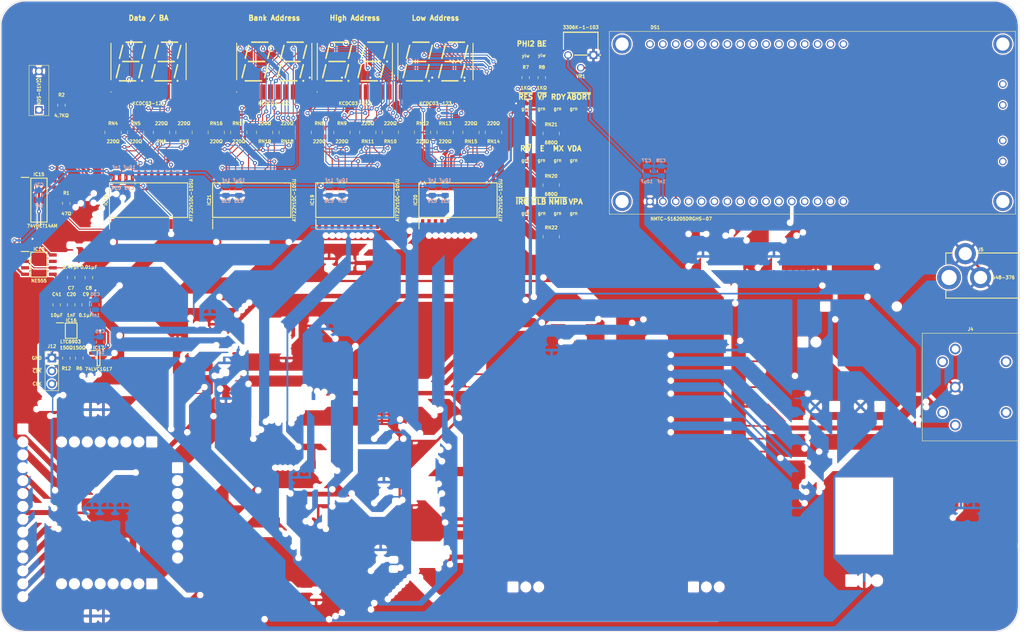
<source format=kicad_pcb>
(kicad_pcb (version 20211014) (generator pcbnew)
  (layers (0 "F.Cu" signal) (31 "B.Cu" signal) (35 "F.Paste" user) (36 "B.SilkS" user "B.Silkscreen") (37 "F.SilkS" user "F.Silkscreen") (38 "B.Mask" user) (39 "F.Mask" user) (44 "Edge.Cuts" user))
  (net 0 "")
  (net 27 "/Addr0")
  (net 28 "/Addr1")
  (net 29 "/Addr2")
  (net 30 "/Addr3")
  (net 31 "/Addr4")
  (net 32 "/Addr5")
  (net 33 "/Addr6")
  (net 34 "/Addr7")
  (net 36 "/5V Source")
  (net 37 "/R~{W}")
  (net 38 "/~{VP}")
  (net 39 "/BE")
  (net 40 "/RDY")
  (net 41 "/~{ML}")
  (net 42 "/VPA")
  (net 43 "/E")
  (net 44 "/MX")
  (net 45 "/Keypad Q_{IN}")
  (net 46 "/Keypad CP")
  (net 47 "/Keypad PL")
  (net 48 "/PHI2")
  (net 49 "/VDA")
  (net 50 "Net-(C7-Pad1)")
  (net 51 "Net-(C8-Pad1)")
  (net 52 "Net-(IC10-Pad3)")
  (net 53 "Net-(IC10-Pad7)")
  (net 57 "/SPI_{0} TX")
  (net 58 "/SPI_{0} SCK")
  (net 59 "/SPI_{0} CS")
  (net 60 "Net-(IC16-Pad5)")
  (net 61 "/300Hz")
  (net 62 "/~{LED Enable}")
  (net 64 "/V_{0}")
  (net 65 "/Clk")
  (net 66 "/Tame Clk")
  (net 67 "/~{ABORT}_{W65}")
  (net 68 "/Addr18")
  (net 69 "/Addr17")
  (net 70 "/Addr16")
  (net 71 "/~{IRQ}_{W65}")
  (net 72 "/~{NMI}_{W65}")
  (net 73 "/~{RES}_{W65}")
  (net 74 "/Addr8_{W65}")
  (net 75 "/Addr9_{W65}")
  (net 76 "/Addr10_{W65}")
  (net 77 "/Addr11_{W65}")
  (net 78 "/Addr12_{W65}")
  (net 79 "/Addr13_{W65}")
  (net 80 "/Addr14_{W65}")
  (net 81 "/Addr15_{W65}")
  (net 82 "Net-(D1-Pad2)")
  (net 83 "Net-(DS2-Pad1)")
  (net 84 "Net-(DS2-Pad2)")
  (net 85 "/Data Display/Digit L0 Cathode")
  (net 86 "Net-(DS2-Pad4)")
  (net 87 "Net-(DS2-Pad6)")
  (net 88 "Net-(DS2-Pad7)")
  (net 89 "/Data Display/Digit R0 Cathode")
  (net 90 "Net-(DS2-Pad9)")
  (net 91 "Net-(DS2-Pad11)")
  (net 92 "Net-(DS2-Pad12)")
  (net 93 "Net-(DS2-Pad14)")
  (net 94 "Net-(DS2-Pad15)")
  (net 95 "Net-(DS2-Pad16)")
  (net 96 "Net-(DS2-Pad17)")
  (net 97 "Net-(DS2-Pad19)")
  (net 98 "Net-(DS2-Pad20)")
  (net 99 "Net-(DS3-Pad1)")
  (net 100 "Net-(DS3-Pad2)")
  (net 101 "/High Address Display/Digit L0 Cathode")
  (net 102 "Net-(DS3-Pad4)")
  (net 103 "Net-(DS3-Pad6)")
  (net 104 "Net-(DS3-Pad7)")
  (net 105 "/High Address Display/Digit R0 Cathode")
  (net 106 "Net-(DS3-Pad9)")
  (net 107 "Net-(DS3-Pad11)")
  (net 108 "Net-(DS3-Pad12)")
  (net 109 "Net-(DS3-Pad14)")
  (net 110 "Net-(DS3-Pad15)")
  (net 111 "Net-(DS3-Pad16)")
  (net 112 "Net-(DS3-Pad17)")
  (net 113 "Net-(DS3-Pad19)")
  (net 114 "Net-(DS3-Pad20)")
  (net 115 "Net-(DS4-Pad1)")
  (net 116 "Net-(DS4-Pad2)")
  (net 117 "/Low Address Display/Digit L0 Cathode")
  (net 118 "Net-(DS4-Pad4)")
  (net 119 "Net-(DS4-Pad6)")
  (net 120 "Net-(DS4-Pad7)")
  (net 121 "/Low Address Display/Digit R0 Cathode")
  (net 122 "Net-(DS4-Pad9)")
  (net 123 "Net-(DS4-Pad11)")
  (net 124 "Net-(DS4-Pad12)")
  (net 125 "Net-(DS4-Pad14)")
  (net 126 "Net-(DS4-Pad15)")
  (net 127 "Net-(DS4-Pad16)")
  (net 128 "Net-(DS4-Pad17)")
  (net 129 "Net-(DS4-Pad19)")
  (net 130 "Net-(DS4-Pad20)")
  (net 131 "Net-(DS5-Pad1)")
  (net 132 "Net-(DS5-Pad2)")
  (net 133 "/Bank Address Display/Digit L0 Cathode")
  (net 134 "Net-(DS5-Pad4)")
  (net 135 "Net-(DS5-Pad6)")
  (net 136 "Net-(DS5-Pad7)")
  (net 137 "/Bank Address Display/Digit R0 Cathode")
  (net 138 "Net-(DS5-Pad9)")
  (net 139 "Net-(DS5-Pad11)")
  (net 140 "Net-(DS5-Pad12)")
  (net 141 "Net-(DS5-Pad14)")
  (net 142 "Net-(DS5-Pad15)")
  (net 143 "Net-(DS5-Pad16)")
  (net 144 "Net-(DS5-Pad17)")
  (net 145 "Net-(DS5-Pad19)")
  (net 146 "Net-(DS5-Pad20)")
  (net 147 "/Tame Data0")
  (net 148 "/Tame Data1")
  (net 149 "/Tame Data2")
  (net 150 "/Tame Data3")
  (net 151 "/Tame Data4")
  (net 152 "/Tame Data5")
  (net 153 "/Tame Data6")
  (net 154 "/Tame Data7")
  (net 156 "/Data Display/Digit 0 B Seg")
  (net 157 "/Data Display/Digit 0 A Seg")
  (net 158 "/Data Display/Digit 0 C Seg")
  (net 159 "/Data Display/Digit 0 F Seg")
  (net 160 "/Data Display/Digit 0 D Seg")
  (net 161 "/Data Display/Digit 0 G Seg")
  (net 162 "/Data Display/Digit 0 E Seg")
  (net 164 "/High Address Display/Digit 0 B Seg")
  (net 165 "/High Address Display/Digit 0 A Seg")
  (net 166 "/High Address Display/Digit 0 C Seg")
  (net 167 "/High Address Display/Digit 0 F Seg")
  (net 168 "/High Address Display/Digit 0 D Seg")
  (net 169 "/High Address Display/Digit 0 G Seg")
  (net 170 "/High Address Display/Digit 0 E Seg")
  (net 172 "/Low Address Display/Digit 0 B Seg")
  (net 173 "/Low Address Display/Digit 0 A Seg")
  (net 174 "/Low Address Display/Digit 0 C Seg")
  (net 175 "/Low Address Display/Digit 0 F Seg")
  (net 176 "/Low Address Display/Digit 0 D Seg")
  (net 177 "/Low Address Display/Digit 0 G Seg")
  (net 178 "/Low Address Display/Digit 0 E Seg")
  (net 180 "/Bank Address Display/Digit 0 B Seg")
  (net 181 "/Bank Address Display/Digit 0 A Seg")
  (net 182 "/Bank Address Display/Digit 0 C Seg")
  (net 183 "/Bank Address Display/Digit 0 F Seg")
  (net 184 "/Bank Address Display/Digit 0 D Seg")
  (net 185 "/Bank Address Display/Digit 0 G Seg")
  (net 186 "/Bank Address Display/Digit 0 E Seg")
  (net 203 "Net-(LED2-Pad2)")
  (net 204 "Net-(LED3-Pad2)")
  (net 205 "Net-(LED4-Pad2)")
  (net 206 "Net-(LED5-Pad2)")
  (net 207 "Net-(LED6-Pad2)")
  (net 208 "Net-(LED7-Pad2)")
  (net 209 "Net-(LED8-Pad2)")
  (net 210 "Net-(LED9-Pad2)")
  (net 211 "Net-(LED10-Pad2)")
  (net 212 "Net-(LED11-Pad2)")
  (net 213 "Net-(LED12-Pad2)")
  (net 214 "Net-(LED13-Pad2)")
  (net 215 "Net-(LED14-Pad2)")
  (net 216 "Net-(LED15-Pad2)")
  (net 217 "/Addr23")
  (net 218 "/Addr22")
  (net 219 "/Addr21")
  (net 220 "/Addr20")
  (net 221 "/Addr19")
  (net 222 "/5V")
  (net 223 "/LCD RS")
  (net 224 "/LCD R~{W}")
  (net 225 "/LCD E")
  (net 226 "/LCD DB0")
  (net 227 "/LCD DB1")
  (net 228 "/LCD DB2")
  (net 229 "/LCD DB3")
  (net 230 "/LCD DB4")
  (net 231 "/LCD DB5")
  (net 232 "/LCD DB6")
  (net 233 "/LCD DB7")
  (net 234 "/GND")
  (net 235 "/3.3V")
  (net 236 "Net-(IC15-Pad2)")
  (net 237 "Net-(IC15-Pad4)")
  (net 240 "Net-(J12-Pad2)")
  (footprint "SamacSys_Parts:CAY1647R0F4LF" (layer "F.Cu") (at 62.865 67.31)
    (fp_text reference "RN4")
    (fp_text value "CAY16-221J4LF" hide)
  )
  (footprint "SamacSys_Parts:150224VS73100A" (layer "F.Cu") (at 147.25 72.755 180)
    (fp_text reference "LED5" hide)
    (fp_text value "150224VS73100A" hide)
  )
  (footprint "SamacSys_Parts:CAY1647R0F4LF" (layer "F.Cu") (at 113.03 67.31 180)
    (fp_text reference "RN11")
    (fp_text value "CAY16-221J4LF" hide)
  )
  (footprint "SamacSys_Parts:150224VS73100A" (layer "F.Cu") (at 150.425 62.595 180)
    (fp_text reference "LED10" hide)
    (fp_text value "150224VS73100A" hide)
  )
  (footprint "SamacSys_Parts:KCDC03123" (layer "F.Cu") (at 110.49 53.34)
    (fp_text reference "DS3" hide)
    (fp_text value "KCDC03-123")
  )
  (footprint "SamacSys_Parts:CAY1647R0F4LF" (layer "F.Cu") (at 103.505 67.31)
    (fp_text reference "RN8")
    (fp_text value "CAY16-221J4LF" hide)
  )
  (footprint "SamacSys_Parts:150224VS73100A" (layer "F.Cu") (at 153.6 62.595 180)
    (fp_text reference "LED11" hide)
    (fp_text value "150224VS73100A" hide)
  )
  (footprint "SamacSys_Parts:SOIC127P600X175-8N" (layer "F.Cu") (at 48.26 93.345)
    (fp_text reference "IC10")
    (fp_text value "NE555DRG4" hide)
  )
  (footprint "SamacSys_Parts:KCDC03123" (layer "F.Cu") (at 69.85 53.34)
    (fp_text reference "DS2" hide)
    (fp_text value "KCDC03-123")
  )
  (footprint "Connector_PinHeader_2.54mm:PinHeader_1x03_P2.54mm_Vertical" (layer "F.Cu") (at 50.8 111.76)
    (fp_text reference "J12")
    (fp_text value "Conn_01x03_Male")
  )
  (footprint "SamacSys_Parts:SOIC127P600X175-14N" (layer "F.Cu") (at 48.26 80.645)
    (fp_text reference "IC15")
    (fp_text value "74VHCT14AM")
  )
  (footprint "SamacSys_Parts:150224VS73100A" (layer "F.Cu") (at 147.25 62.595 180)
    (fp_text reference "LED9" hide)
    (fp_text value "150224VS73100A" hide)
  )
  (footprint "SamacSys_Parts:C_0805" (layer "F.Cu") (at 54.61 95.885 180)
    (fp_text reference "C7")
    (fp_text value "C_0805" hide)
  )
  (footprint "SamacSys_Parts:R_0805" (layer "F.Cu") (at 52.705 61.9525)
    (fp_text reference "R2")
    (fp_text value "R_0805" hide)
  )
  (footprint "SamacSys_Parts:150224VS73100A" (layer "F.Cu") (at 147.32 83.185 180)
    (fp_text reference "LED13" hide)
    (fp_text value "150224VS73100A" hide)
  )
  (footprint "SamacSys_Parts:CAY1647R0F4LF" (layer "F.Cu") (at 117.475 67.31 180)
    (fp_text reference "RN10")
    (fp_text value "CAY16-221J4LF" hide)
  )
  (footprint "SamacSys_Parts:CAY16-J4" (layer "F.Cu") (at 149.155 87.845)
    (fp_text reference "RN22")
    (fp_text value "CAY16-681J4LF" hide)
  )
  (footprint "SamacSys_Parts:150224BS73100A" (layer "F.Cu") (at 147.32 52.07 180)
    (fp_text reference "LED3" hide)
    (fp_text value "150224YS73100A" hide)
  )
  (footprint "SamacSys_Parts:150224BS73100A" (layer "F.Cu") (at 144.145 52.163 180)
    (fp_text reference "LED2" hide)
    (fp_text value "150224YS73100A" hide)
  )
  (footprint "SamacSys_Parts:C_0805" (layer "F.Cu") (at 58.1025 95.885 180)
    (fp_text reference "C8")
    (fp_text value "C_0805" hide)
  )
  (footprint "SamacSys_Parts:R_0805" (layer "F.Cu") (at 144.145 56.515)
    (fp_text reference "R7")
    (fp_text value "R_0805" hide)
  )
  (footprint "SamacSys_Parts:150224VS73100A" (layer "F.Cu") (at 144.075 72.755 180)
    (fp_text reference "LED4" hide)
    (fp_text value "150224VS73100A" hide)
  )
  (footprint "SamacSys_Parts:KCDC03123" (layer "F.Cu") (at 94.615 53.34)
    (fp_text reference "DS5" hide)
    (fp_text value "KCDC03-123")
  )
  (footprint "SamacSys_Parts:CAY16-J4" (layer "F.Cu") (at 149.155 77.685)
    (fp_text reference "RN20")
    (fp_text value "CAY16-681J4LF" hide)
  )
  (footprint "SamacSys_Parts:SOIC127P1032X265-24N" (layer "F.Cu") (at 90.17 80.645 90)
    (fp_text reference "IC21")
    (fp_text value "ATF22V10C-10SU")
  )
  (footprint "SamacSys_Parts:150224VS73100A" (layer "F.Cu") (at 150.425 72.755 180)
    (fp_text reference "LED6" hide)
    (fp_text value "150224VS73100A" hide)
  )
  (footprint "SamacSys_Parts:448376" (layer "F.Cu") (at 238.76 95.885)
    (fp_text reference "J5")
    (fp_text value "448-376")
  )
  (footprint "SamacSys_Parts:C_0805" (layer "F.Cu") (at 54.61 101.2825)
    (fp_text reference "C20")
    (fp_text value "C_0805" hide)
  )
  (footprint "SamacSys_Parts:SOIC127P1032X265-24N" (layer "F.Cu") (at 110.49 80.645 90)
    (fp_text reference "IC19")
    (fp_text value "ATF22V10C-10SU")
  )
  (footprint "SamacSys_Parts:150224VS73100A" (layer "F.Cu") (at 144.075 83.185 180)
    (fp_text reference "LED12" hide)
    (fp_text value "150224VS73100A" hide)
  )
  (footprint "SamacSys_Parts:R_0805" (layer "F.Cu") (at 53.6575 111.76 180)
    (fp_text reference "R12")
    (fp_text value "R_0805" hide)
  )
  (footprint "SamacSys_Parts:CAY1647R0F4LF" (layer "F.Cu") (at 107.95 67.31)
    (fp_text reference "RN9")
    (fp_text value "CAY16-221J4LF" hide)
  )
  (footprint "SamacSys_Parts:CAY1647R0F4LF" (layer "F.Cu") (at 97.155 67.31 180)
    (fp_text reference "RN18")
    (fp_text value "CAY16-221J4LF" hide)
  )
  (footprint "SamacSys_Parts:NMTCS16205DRGHS07_1" (layer "F.Cu") (at 168.62 80.905)
    (fp_text reference "DS1")
    (fp_text value "NMTC-S16205DRGHS-07")
  )
  (footprint "SamacSys_Parts:R_0805" (layer "F.Cu") (at 53.6575 81.28)
    (fp_text reference "R1")
    (fp_text value "R_0805" hide)
  )
  (footprint "SamacSys_Parts:R_0805" (layer "F.Cu") (at 147.32 56.515)
    (fp_text reference "R8")
    (fp_text value "R_0805" hide)
  )
  (footprint "SamacSys_Parts:NDS01V" (layer "F.Cu") (at 48.26 62.865)
    (fp_text reference "S1")
    (fp_text value "NDS-01V")
  )
  (footprint "SamacSys_Parts:CAY1647R0F4LF" (layer "F.Cu") (at 83.185 67.31)
    (fp_text reference "RN16")
    (fp_text value "CAY16-221J4LF" hide)
  )
  (footprint "SamacSys_Parts:CAY16-J4" (layer "F.Cu") (at 149.155 67.525)
    (fp_text reference "RN21")
    (fp_text value "CAY16-681J4LF" hide)
  )
  (footprint "SamacSys_Parts:CAY1647R0F4LF" (layer "F.Cu") (at 133.35 67.31 180)
    (fp_text reference "RN15")
    (fp_text value "CAY16-221J4LF" hide)
  )
  (footprint "SamacSys_Parts:SOP65P490X110-8N" (layer "F.Cu") (at 54.61 106.3625)
    (fp_text reference "IC16")
    (fp_text value "LTC6903CMS8#PBF" hide)
  )
  (footprint "SamacSys_Parts:C_0805" (layer "F.Cu") (at 51.7525 101.2825)
    (fp_text reference "C41")
    (fp_text value "C_0805" hide)
  )
  (footprint "SamacSys_Parts:CAY1647R0F4LF" (layer "F.Cu") (at 128.27 67.31)
    (fp_text reference "RN13")
    (fp_text value "CAY16-221J4LF" hide)
  )
  (footprint "SamacSys_Parts:CAY1647R0F4LF" (layer "F.Cu") (at 87.63 67.31)
    (fp_text reference "RN17")
    (fp_text value "CAY16-221J4LF" hide)
  )
  (footprint "SamacSys_Parts:CAY1647R0F4LF" (layer "F.Cu") (at 92.71 67.31 180)
    (fp_text reference "RN19")
    (fp_text value "CAY16-221J4LF" hide)
  )
  (footprint "SamacSys_Parts:SOT95P275X110-5N" (layer "F.Cu") (at 60.0075 111.76)
    (fp_text reference "IC17")
    (fp_text value "74LVC1G17GV,125" hide)
  )
  (footprint "SamacSys_Parts:491087" (layer "F.Cu") (at 238.76 122.475 180)
    (fp_text reference "J4")
    (fp_text value "491-087" hide)
  )
  (footprint "SamacSys_Parts:150224VS73100A" (layer "F.Cu") (at 153.6 83.185 180)
    (fp_text reference "LED15" hide)
    (fp_text value "150224VS73100A" hide)
  )
  (footprint "SamacSys_Parts:150224VS73100A" (layer "F.Cu") (at 153.6 72.755 180)
    (fp_text reference "LED7" hide)
    (fp_text value "150224VS73100A" hide)
  )
  (footprint "SamacSys_Parts:150224VS73100A" (layer "F.Cu") (at 144.075 62.595 180)
    (fp_text reference "LED8" hide)
    (fp_text value "150224VS73100A" hide)
  )
  (footprint "SamacSys_Parts:CAY1647R0F4LF" (layer "F.Cu") (at 123.825 67.31)
    (fp_text reference "RN12")
    (fp_text value "CAY16-221J4LF" hide)
  )
  (footprint "SamacSys_Parts:CAY1647R0F4LF" (layer "F.Cu") (at 67.315 67.31)
    (fp_text reference "RN5")
    (fp_text value "CAY16-221J4LF" hide)
  )
  (footprint "SamacSys_Parts:CAY1647R0F4LF" (layer "F.Cu") (at 137.795 67.31 180)
    (fp_text reference "RN14")
    (fp_text value "CAY16-221J4LF" hide)
  )
  (footprint "SamacSys_Parts:3306K1103" (layer "F.Cu") (at 157.48 52.07 180)
    (fp_text reference "VR1")
    (fp_text value "3306K-1-103")
  )
  (footprint "SamacSys_Parts:SOIC127P1032X265-24N" (layer "F.Cu") (at 130.81 80.645 90)
    (fp_text reference "IC20")
    (fp_text value "ATF22V10C-10SU")
  )
  (footprint "SamacSys_Parts:CAY1647R0F4LF" (layer "F.Cu") (at 72.39 67.31 180)
    (fp_text reference "RN6")
    (fp_text value "CAY16-221J4LF" hide)
  )
  (footprint "SamacSys_Parts:SOIC127P1032X265-24N" (layer "F.Cu") (at 69.85 80.645 90)
    (fp_text reference "IC18")
    (fp_text value "ATF22V10C-10SU")
  )
  (footprint "SamacSys_Parts:150224VS73100A" (layer "F.Cu") (at 150.425 83.185 180)
    (fp_text reference "LED14" hide)
    (fp_text value "150224VS73100A" hide)
  )
  (footprint "SamacSys_Parts:CAY1647R0F4LF" (layer "F.Cu") (at 76.835 67.31 180)
    (fp_text reference "RN7")
    (fp_text value "CAY16-221J4LF" hide)
  )
  (footprint "SamacSys_Parts:KCDC03123" (layer "F.Cu") (at 126.365 53.34)
    (fp_text reference "DS4" hide)
    (fp_text value "KCDC03-123")
  )
  (footprint "SamacSys_Parts:C_0805" (layer "F.Cu") (at 57.4675 101.2825)
    (fp_text reference "C9")
    (fp_text value "C_0805" hide)
  )
  (footprint "SamacSys_Parts:R_0805" (layer "F.Cu") (at 56.1975 111.76 180)
    (fp_text reference "R6")
    (fp_text value "R_0805" hide)
  )
  (footprint "SamacSys_Parts:C_0805" (layer "B.Cu") (at 128.27 78.74)
    (fp_text reference "C31")
    (fp_text value "C_0805" hide)
  )
  (footprint "SamacSys_Parts:C_0805" (layer "B.Cu") (at 107.95 78.74)
    (fp_text reference "C37")
    (fp_text value "C_0805" hide)
  )
  (footprint "SamacSys_Parts:C_0805" (layer "B.Cu") (at 125.73 78.74)
    (fp_text reference "C29")
    (fp_text value "C_0805" hide)
  )
  (footprint "SamacSys_Parts:C_0805" (layer "B.Cu") (at 167.945 74.93 180)
    (fp_text reference "C27")
    (fp_text value "C_0805" hide)
  )
  (footprint "SamacSys_Parts:C_0805" (layer "B.Cu") (at 87.63 78.74)
    (fp_text reference "C33")
    (fp_text value "C_0805" hide)
  )
  (footprint "SamacSys_Parts:C_0805" (layer "B.Cu") (at 85.09 78.74)
    (fp_text reference "C32")
    (fp_text value "C_0805" hide)
  )
  (footprint "SamacSys_Parts:C_0805" (layer "B.Cu") (at 59.3725 101.2825 180)
    (fp_text reference "C30")
    (fp_text value "C_0805" hide)
  )
  (footprint "SamacSys_Parts:C_0805" (layer "B.Cu") (at 63.5 76.2)
    (fp_text reference "C34")
    (fp_text value "C_0805" hide)
  )
  (footprint "SamacSys_Parts:C_0805" (layer "B.Cu") (at 60.325 108.585 180)
    (fp_text reference "C25")
    (fp_text value "C_0805" hide)
  )
  (footprint "SamacSys_Parts:C_0805" (layer "B.Cu") (at 105.41 78.74)
    (fp_text reference "C36")
    (fp_text value "C_0805" hide)
  )
  (footprint "SamacSys_Parts:C_0805" (layer "B.Cu") (at 48.26 79.6925 180)
    (fp_text reference "C24")
    (fp_text value "C_0805" hide)
  )
  (footprint "SamacSys_Parts:C_0805" (layer "B.Cu") (at 66.04 76.2)
    (fp_text reference "C35")
    (fp_text value "C_0805" hide)
  )
  (footprint "SamacSys_Parts:C_0805" (layer "B.Cu") (at 170.815 74.93 180)
    (fp_text reference "C28")
    (fp_text value "C_0805" hide)
  )
  (gr_arc (start 45.72 165.735) (mid 42.127898 164.247102) (end 40.64 160.655) (layer "Edge.Cuts") (width 0.1))
  (gr_line (start 40.64 160.655) (end 40.64 46.355) (layer "Edge.Cuts") (width 0.1))
  (gr_arc (start 236.22 41.275) (mid 239.812102 42.762898) (end 241.3 46.355) (layer "Edge.Cuts") (width 0.1))
  (gr_line (start 45.72 41.275) (end 236.22 41.275) (layer "Edge.Cuts") (width 0.1))
  (gr_line (start 241.3 46.355) (end 241.3 160.655) (layer "Edge.Cuts") (width 0.1))
  (gr_arc (start 40.64 46.355) (mid 42.127898 42.762898) (end 45.72 41.275) (layer "Edge.Cuts") (width 0.1))
  (gr_arc (start 241.3 160.655) (mid 239.812102 164.247102) (end 236.22 165.735) (layer "Edge.Cuts") (width 0.1))
  (gr_line (start 236.22 165.735) (end 45.72 165.735) (layer "Edge.Cuts") (width 0.1))
  (gr_text "~{NMIB}" (at 150.495 80.9625) (layer "F.SilkS") (effects (font (size 1 1) (thickness 0.25))))
  (gr_text "E" (at 147.39 70.485) (layer "F.SilkS") (effects (font (size 1 1) (thickness 0.25))))
  (gr_text "~{ABORT}" (at 154.6225 60.325) (layer "F.SilkS") (effects (font (size 1 1) (thickness 0.25))))
  (gr_text "~{MLB}" (at 146.685 80.9625) (layer "F.SilkS") (effects (font (size 1 1) (thickness 0.25))))
  (gr_text "~{VP}" (at 147.39 60.325) (layer "F.SilkS") (effects (font (size 1 1) (thickness 0.25))))
  (gr_text "~{CLK}" (at 48.895 114.3) (layer "F.SilkS") (effects (font (size 0.635 0.635)) (justify right)))
  (gr_text "GND" (at 48.895 111.76) (layer "F.SilkS") (effects (font (size 0.635 0.635)) (justify right)))
  (gr_text "PHI2" (at 144.145 49.8475) (layer "F.SilkS") (effects (font (size 1 1) (thickness 0.25))))
  (gr_text "VDA" (at 153.74 70.485) (layer "F.SilkS") (effects (font (size 1 1) (thickness 0.25))))
  (gr_text "R~{W}" (at 144.145 70.485) (layer "F.SilkS") (effects (font (size 1 1) (thickness 0.25))))
  (gr_text "Low Address" (at 126.365 44.7675) (layer "F.SilkS") (effects (font (size 1 1) (thickness 0.25))))
  (gr_text "BE" (at 147.32 49.8475) (layer "F.SilkS") (effects (font (size 1 1) (thickness 0.25))))
  (gr_text "High Address" (at 110.49 44.7675) (layer "F.SilkS") (effects (font (size 1 1) (thickness 0.25))))
  (gr_text "~{RES}" (at 144.145 60.325) (layer "F.SilkS") (effects (font (size 1 1) (thickness 0.25))))
  (gr_text "RDY" (at 150.565 60.325) (layer "F.SilkS") (effects (font (size 1 1) (thickness 0.25))))
  (gr_text "CLK" (at 48.895 116.84) (layer "F.SilkS") (effects (font (size 0.635 0.635)) (justify right)))
  (gr_text "Data / BA" (at 69.85 44.7675) (layer "F.SilkS") (effects (font (size 1 1) (thickness 0.25))))
  (gr_text "Bank Address" (at 94.615 44.7675) (layer "F.SilkS") (effects (font (size 1 1) (thickness 0.25))))
  (gr_text "MX" (at 150.565 70.485) (layer "F.SilkS") (effects (font (size 1 1) (thickness 0.25))))
  (gr_text "~{IRQ}" (at 143.44 80.9625) (layer "F.SilkS") (effects (font (size 1 1) (thickness 0.25))))
  (gr_text "VPA" (at 153.9875 80.9625) (layer "F.SilkS") (effects (font (size 1 1) (thickness 0.25))))
  (segment (start 146 58.7375) (end 145.7325 58.7375) (width 0.2) (layer "F.Cu") (net 39))
  (segment (start 147.31 57.4275) (end 146 58.7375) (width 0.2) (layer "F.Cu") (net 39))
  (via (at 145.7325 58.7375) (size 0.8) (drill 0.4) (layers "F.Cu" "B.Cu") (net 39))
  (segment (start 148.755 89.37) (end 148.755 88.695) (width 0.2) (layer "F.Cu") (net 41))
  (segment (start 150.355 88.695) (end 150.355 89.345) (width 0.2) (layer "F.Cu") (net 42))
  (segment (start 144.145 57.4375) (end 142.845 58.7375) (width 0.2) (layer "F.Cu") (net 48))
  (segment (start 142.845 58.7375) (end 142.5575 58.7375) (width 0.2) (layer "F.Cu") (net 48))
  (segment (start 61.2575 112.71) (end 61.2575 112.415) (width 0.2) (layer "F.Cu") (net 48))
  (via (at 142.5575 58.7375) (size 0.8) (drill 0.4) (layers "F.Cu" "B.Cu") (net 48))
  (segment (start 144.38049 60.56049) (end 142.5575 58.7375) (width 0.2) (layer "B.Cu") (net 48))
  (segment (start 53.639 93.98) (end 54.61 94.951) (width 0.2) (layer "F.Cu") (net 50))
  (segment (start 50.985 93.98) (end 53.639 93.98) (width 0.2) (layer "F.Cu") (net 50))
  (segment (start 45.985 92.71) (end 47.255 93.98) (width 0.2) (layer "F.Cu") (net 50))
  (segment (start 47.255 93.98) (end 50.985 93.98) (width 0.2) (layer "F.Cu") (net 50))
  (segment (start 51.48552 95.75052) (end 50.985 95.25) (width 0.2) (layer "F.Cu") (net 51))
  (segment (start 57.30298 95.75052) (end 51.48552 95.75052) (width 0.2) (layer "F.Cu") (net 51))
  (segment (start 58.1025 94.951) (end 57.30298 95.75052) (width 0.2) (layer "F.Cu") (net 51))
  (segment (start 45.085 76.835) (end 44.34976 77.57024) (width 0.2) (layer "F.Cu") (net 52))
  (segment (start 44.34976 77.57024) (end 44.34976 93.223782) (width 0.2) (layer "F.Cu") (net 52))
  (segment (start 44.34976 93.223782) (end 45.105978 93.98) (width 0.2) (layer "F.Cu") (net 52))
  (segment (start 56.822 107.693) (end 53.6675 110.8475) (width 0.2) (layer "F.Cu") (net 60))
  (segment (start 56.822 107.3375) (end 56.822 107.693) (width 0.2) (layer "F.Cu") (net 60))
  (segment (start 53.6475 82.1925) (end 53.6475 83.795) (width 0.2) (layer "F.Cu") (net 61))
  (segment (start 53.6475 83.795) (end 56.2125 86.36) (width 0.2) (layer "F.Cu") (net 61))
  (segment (start 61.862 86.36) (end 62.865 85.357) (width 0.2) (layer "F.Cu") (net 61))
  (segment (start 56.2125 86.36) (end 61.862 86.36) (width 0.2) (layer "F.Cu") (net 61))
  (segment (start 59.375377 77.790377) (end 68.796397 77.790377) (width 0.2) (layer "F.Cu") (net 62))
  (segment (start 52.695 62.865) (end 52.695 71.11) (width 0.2) (layer "F.Cu") (net 62))
  (segment (start 52.695 71.11) (end 59.375377 77.790377) (width 0.2) (layer "F.Cu") (net 62))
  (segment (start 48.26 62.865) (end 52.695 62.865) (width 0.2) (layer "F.Cu") (net 62))
  (via (at 68.796397 77.790377) (size 0.8) (drill 0.4) (layers "F.Cu" "B.Cu") (net 62))
  (segment (start 68.796397 78.214627) (end 68.796397 77.790377) (width 0.2) (layer "B.Cu") (net 62))
  (segment (start 74.295 83.71323) (end 68.796397 78.214627) (width 0.2) (layer "B.Cu") (net 62))
  (segment (start 173.7 71.1475) (end 173.7 80.905) (width 0.45) (layer "F.Cu") (net 64))
  (segment (start 157.1225 54.57) (end 173.7 71.1475) (width 0.45) (layer "F.Cu") (net 64))
  (segment (start 154.98 54.57) (end 157.1225 54.57) (width 0.45) (layer "F.Cu") (net 64))
  (segment (start 56.822 106.6875) (end 57.708522 106.6875) (width 0.2) (layer "F.Cu") (net 65))
  (segment (start 57.708522 106.6875) (end 57.834011 106.812989) (width 0.2) (layer "F.Cu") (net 65))
  (segment (start 57.834011 107.900989) (end 56.2075 109.5275) (width 0.2) (layer "F.Cu") (net 65))
  (segment (start 56.2075 109.5275) (end 56.2075 110.8475) (width 0.2) (layer "F.Cu") (net 65))
  (segment (start 57.834011 106.812989) (end 57.834011 107.900989) (width 0.2) (layer "F.Cu") (net 65))
  (segment (start 57.12 111.76) (end 58.7575 111.76) (width 0.2) (layer "F.Cu") (net 66))
  (segment (start 51.1175 116.84) (end 55.285 112.6725) (width 0.2) (layer "F.Cu") (net 66))
  (segment (start 55.285 112.6725) (end 56.2075 112.6725) (width 0.2) (layer "F.Cu") (net 66))
  (segment (start 56.2075 112.6725) (end 57.12 111.76) (width 0.2) (layer "F.Cu") (net 66))
  (segment (start 149.555 88.695) (end 149.555 89.345) (width 0.2) (layer "F.Cu") (net 72))
  (segment (start 63.1 59.34) (end 61.665 60.775) (width 0.2) (layer "F.Cu") (net 83))
  (segment (start 61.665 60.775) (end 61.665 66.46) (width 0.2) (layer "F.Cu") (net 83))
  (segment (start 62.465 62.475) (end 64.6 60.34) (width 0.2) (layer "F.Cu") (net 84))
  (segment (start 62.465 66.46) (end 62.465 62.475) (width 0.2) (layer "F.Cu") (net 84))
  (segment (start 66.1 61.9725) (end 66.3575 62.23) (width 0.2) (layer "F.Cu") (net 85))
  (segment (start 74.295 73.66) (end 74.295 75.933) (width 0.2) (layer "F.Cu") (net 85))
  (segment (start 66.1 59.34) (end 66.1 61.9725) (width 0.2) (layer "F.Cu") (net 85))
  (segment (start 66.1 49.59) (end 66.3575 49.8475) (width 0.2) (layer "F.Cu") (net 85))
  (segment (start 66.1 56.8925) (end 66.1 59.34) (width 0.2) (layer "F.Cu") (net 85))
  (segment (start 66.04 56.8325) (end 66.1 56.8925) (width 0.2) (layer "F.Cu") (net 85))
  (segment (start 66.1 47.34) (end 66.1 49.59) (width 0.2) (layer "F.Cu") (net 85))
  (via (at 66.3575 49.8475) (size 0.8) (drill 0.4) (layers "F.Cu" "B.Cu") (net 85))
  (via (at 74.295 73.66) (size 0.8) (drill 0.4) (layers "F.Cu" "B.Cu") (net 85))
  (via (at 66.3575 62.23) (size 0.8) (drill 0.4) (layers "F.Cu" "B.Cu") (net 85))
  (via (at 66.04 56.8325) (size 0.8) (drill 0.4) (layers "F.Cu" "B.Cu") (net 85))
  (segment (start 66.3575 65.759245) (end 74.258255 73.66) (width 0.2) (layer "B.Cu") (net 85))
  (segment (start 66.3575 56.515) (end 66.04 56.8325) (width 0.2) (layer "B.Cu") (net 85))
  (segment (start 74.258255 73.66) (end 74.295 73.66) (width 0.2) (layer "B.Cu") (net 85))
  (segment (start 66.3575 49.8475) (end 66.3575 56.515) (width 0.2) (layer "B.Cu") (net 85))
  (segment (start 66.3575 62.23) (end 66.3575 65.759245) (width 0.2) (layer "B.Cu") (net 85))
  (segment (start 67.6 62.925) (end 64.065 66.46) (width 0.2) (layer "F.Cu") (net 86))
  (segment (start 67.6 59.34) (end 67.6 62.925) (width 0.2) (layer "F.Cu") (net 86))
  (segment (start 70.6 62.720769) (end 70.320979 62.99979) (width 0.2) (layer "F.Cu") (net 87))
  (segment (start 70.6 59.34) (end 70.6 62.720769) (width 0.2) (layer "F.Cu") (net 87))
  (segment (start 70.320978 64.654022) (end 68.515 66.46) (width 0.2) (layer "F.Cu") (net 87))
  (segment (start 70.320979 62.99979) (end 70.320978 64.654022) (width 0.2) (layer "F.Cu") (net 87))
  (segment (start 66.915 66.46) (end 66.915 67.11) (width 0.2) (layer "F.Cu") (net 88))
  (segment (start 70.278479 65.545005) (end 72.1 63.723484) (width 0.2) (layer "F.Cu") (net 88))
  (segment (start 66.915 67.11) (end 67.014511 67.209511) (width 0.2) (layer "F.Cu") (net 88))
  (segment (start 68.960513 67.209511) (end 70.278479 65.891545) (width 0.2) (layer "F.Cu") (net 88))
  (segment (start 70.278479 65.891545) (end 70.278479 65.545005) (width 0.2) (layer "F.Cu") (net 88))
  (segment (start 72.1 63.723484) (end 72.1 59.34) (width 0.2) (layer "F.Cu") (net 88))
  (segment (start 67.014511 67.209511) (end 68.960513 67.209511) (width 0.2) (layer "F.Cu") (net 88))
  (segment (start 72.940378 61.510378) (end 72.940378 63.4481) (width 0.2) (layer "F.Cu") (net 89))
  (segment (start 73.6 60.850756) (end 72.940378 61.510378) (width 0.2) (layer "F.Cu") (net 89))
  (segment (start 72.940378 63.4481) (end 70.677989 65.710489) (width 0.2) (layer "F.Cu") (net 89))
  (segment (start 73.6 49.47) (end 73.9775 49.8475) (width 0.2) (layer "F.Cu") (net 89))
  (segment (start 73.6 47.34) (end 73.6 49.47) (width 0.2) (layer "F.Cu") (net 89))
  (segment (start 70.677989 65.710489) (end 70.677989 68.752511) (width 0.2) (layer "F.Cu") (net 89))
  (segment (start 70.677989 68.752511) (end 64.135 75.2955) (width 0.2) (layer "F.Cu") (net 89))
  (segment (start 73.6 59.34) (end 73.6 60.850756) (width 0.2) (layer "F.Cu") (net 89))
  (via (at 72.940378 61.510378) (size 0.8) (drill 0.4) (layers "F.Cu" "B.Cu") (net 89))
  (via (at 73.9775 49.8475) (size 0.8) (drill 0.4) (layers "F.Cu" "B.Cu") (net 89))
  (segment (start 73.9775 60.473256) (end 72.940378 61.510378) (width 0.2) (layer "B.Cu") (net 89))
  (segment (start 73.9775 49.8475) (end 73.9775 60.473256) (width 0.2) (layer "B.Cu") (net 89))
  (segment (start 75.1 61.31634) (end 73.639878 62.776462) (width 0.2) (layer "F.Cu") (net 90))
  (segment (start 69.40972 62.51528) (end 69.816449 62.51528) (width 0.2) (layer "F.Cu") (net 90))
  (segment (start 75.1 59.34) (end 75.1 61.31634) (width 0.2) (layer "F.Cu") (net 90))
  (segment (start 66.115 65.81) (end 69.40972 62.51528) (width 0.2) (layer "F.Cu") (net 90))
  (segment (start 66.115 66.46) (end 66.115 65.81) (width 0.2) (layer "F.Cu") (net 90))
  (via (at 73.639878 62.776462) (size 0.8) (drill 0.4) (layers "F.Cu" "B.Cu") (net 90))
  (via (at 69.816449 62.51528) (size 0.8) (drill 0.4) (layers "F.Cu" "B.Cu") (net 90))
  (segment (start 69.816449 62.51528) (end 70.077631 62.776462) (width 0.2) (layer "B.Cu") (net 90))
  (segment (start 70.077631 62.776462) (end 73.639878 62.776462) (width 0.2) (layer "B.Cu") (net 90))
  (segment (start 78.035 64.84) (end 80.3275 62.5475) (width 0.2) (layer "F.Cu") (net 91))
  (segment (start 80.3275 56.1975) (end 76.6 52.47) (width 0.2) (layer "F.Cu") (net 91))
  (segment (start 80.3275 62.5475) (end 80.3275 56.1975) (width 0.2) (layer "F.Cu") (net 91))
  (segment (start 78.035 66.46) (end 78.035 64.84) (width 0.2) (layer "F.Cu") (net 91))
  (segment (start 76.6 52.47) (end 76.6 47.34) (width 0.2) (layer "F.Cu") (net 91))
  (segment (start 79.927989 56.362984) (end 75.1 51.534994) (width 0.2) (layer "F.Cu") (net 92))
  (segment (start 77.235 65.005) (end 79.927989 62.312011) (width 0.2) (layer "F.Cu") (net 92))
  (segment (start 75.1 51.534994) (end 75.1 47.34) (width 0.2) (layer "F.Cu") (net 92))
  (segment (start 77.235 66.46) (end 77.235 65.005) (width 0.2) (layer "F.Cu") (net 92))
  (segment (start 79.927989 62.312011) (end 79.927989 56.362984) (width 0.2) (layer "F.Cu") (net 92))
  (segment (start 76.435 65.082371) (end 79.528478 61.988893) (width 0.2) (layer "F.Cu") (net 93))
  (segment (start 79.528478 61.988893) (end 79.528478 56.668478) (width 0.2) (layer "F.Cu") (net 93))
  (segment (start 76.435 66.46) (end 76.435 65.082371) (width 0.2) (layer "F.Cu") (net 93))
  (segment (start 79.528478 56.668478) (end 72.1 49.24) (width 0.2) (layer "F.Cu") (net 93))
  (segment (start 72.1 49.24) (end 72.1 47.34) (width 0.2) (layer "F.Cu") (net 93))
  (segment (start 75.635 66.46) (end 75.635 65.229749) (width 0.2) (layer "F.Cu") (net 94))
  (segment (start 79.055719 56.936726) (end 77.670949 55.551956) (width 0.2) (layer "F.Cu") (net 94))
  (segment (start 77.670949 55.410949) (end 70.6 48.34) (width 0.2) (layer "F.Cu") (net 94))
  (segment (start 79.055719 61.80903) (end 79.055719 56.936726) (width 0.2) (layer "F.Cu") (net 94))
  (segment (start 77.670949 55.551956) (end 77.670949 55.410949) (width 0.2) (layer "F.Cu") (net 94))
  (segment (start 75.635 65.229749) (end 79.055719 61.80903) (width 0.2) (layer "F.Cu") (net 94))
  (segment (start 75.666957 64.145543) (end 76.143297 64.145543) (width 0.2) (layer "F.Cu") (net 95))
  (segment (start 76.143297 64.145543) (end 78.598043 61.690797) (width 0.2) (layer "F.Cu") (net 95))
  (segment (start 74.012967 52.458967) (end 73.218968 52.458968) (width 0.2) (layer "F.Cu") (net 95))
  (segment (start 73.59 66.2225) (end 75.666957 64.145543) (width 0.2) (layer "F.Cu") (net 95))
  (segment (start 78.598043 61.690797) (end 78.598041 57.044037) (width 0.2) (layer "F.Cu") (net 95))
  (segment (start 78.598041 57.044037) (end 74.012967 52.458967) (width 0.2) (layer "F.Cu") (net 95))
  (segment (start 73.218968 52.458968) (end 69.1 48.34) (width 0.2) (layer "F.Cu") (net 95))
  (segment (start 78.198532 61.470468) (end 78.198531 57.209521) (width 0.2) (layer "F.Cu") (net 96))
  (segment (start 78.198531 57.209521) (end 73.847486 52.858478) (width 0.2) (layer "F.Cu") (net 96))
  (segment (start 74.853968 63.746032) (end 75.922968 63.746032) (width 0.2) (layer "F.Cu") (net 96))
  (segment (start 72.79 65.81) (end 74.853968 63.746032) (width 0.2) (layer "F.Cu") (net 96))
  (segment (start 72.79 66.46) (end 72.79 65.81) (width 0.2) (layer "F.Cu") (net 96))
  (segment (start 75.922968 63.746032) (end 78.198532 61.470468) (width 0.2) (layer "F.Cu") (net 96))
  (segment (start 72.118478 52.858478) (end 67.6 48.34) (width 0.2) (layer "F.Cu") (net 96))
  (segment (start 73.847486 52.858478) (end 72.118478 52.858478) (width 0.2) (layer "F.Cu") (net 96))
  (segment (start 71.99 66.46) (end 71.99 65.982486) (width 0.2) (layer "F.Cu") (net 97))
  (segment (start 71.99 65.982486) (end 74.625965 63.346521) (width 0.2) (layer "F.Cu") (net 97))
  (segment (start 64.6 49.36) (end 64.6 47.34) (width 0.2) (layer "F.Cu") (net 97))
  (segment (start 73.682004 53.257989) (end 68.497989 53.257989) (width 0.2) (layer "F.Cu") (net 97))
  (segment (start 77.799021 61.304986) (end 77.799021 57.375005) (width 0.2) (layer "F.Cu") (net 97))
  (segment (start 75.757486 63.346521) (end 77.799021 61.304986) (width 0.2) (layer "F.Cu") (net 97))
  (segment (start 74.625965 63.346521) (end 75.757486 63.346521) (width 0.2) (layer "F.Cu") (net 97))
  (segment (start 68.497989 53.257989) (end 64.6 49.36) (width 0.2) (layer "F.Cu") (net 97))
  (segment (start 77.799021 57.375005) (end 73.682004 53.257989) (width 0.2) (layer "F.Cu") (net 97))
  (segment (start 77.399511 57.540489) (end 77.399511 61.030489) (width 0.2) (layer "F.Cu") (net 98))
  (segment (start 67.7175 53.6575) (end 73.516522 53.6575) (width 0.2) (layer "F.Cu") (net 98))
  (segment (start 77.399511 61.030489) (end 75.48299 62.94701) (width 0.2) (layer "F.Cu") (net 98))
  (segment (start 63.1 47.34) (end 63.1 49.04) (width 0.2) (layer "F.Cu") (net 98))
  (segment (start 75.48299 62.94701) (end 74.460483 62.94701) (width 0.2) (layer "F.Cu") (net 98))
  (segment (start 71.920482 65.487011) (end 71.602983 65.487011) (width 0.2) (layer "F.Cu") (net 98))
  (segment (start 71.19 65.899994) (end 71.19 66.46) (width 0.2) (layer "F.Cu") (net 98))
  (segment (start 73.516522 53.6575) (end 77.399511 57.540489) (width 0.2) (layer "F.Cu") (net 98))
  (segment (start 63.1 49.04) (end 67.7175 53.6575) (width 0.2) (layer "F.Cu") (net 98))
  (segment (start 74.460483 62.94701) (end 71.920482 65.487011) (width 0.2) (layer "F.Cu") (net 98))
  (segment (start 71.602983 65.487011) (end 71.19 65.899994) (width 0.2) (layer "F.Cu") (net 98))
  (segment (start 102.305 66.46) (end 102.305 62.795) (width 0.2) (layer "F.Cu") (net 99))
  (segment (start 103.74 61.36) (end 103.74 59.34) (width 0.2) (layer "F.Cu") (net 99))
  (segment (start 102.305 62.795) (end 103.74 61.36) (width 0.2) (layer "F.Cu") (net 99))
  (segment (start 105.24 63.315755) (end 105.24 59.34) (width 0.2) (layer "F.Cu") (net 100))
  (segment (start 103.105 65.450755) (end 105.24 63.315755) (width 0.2) (layer "F.Cu") (net 100))
  (segment (start 103.105 66.46) (end 103.105 65.450755) (width 0.2) (layer "F.Cu") (net 100))
  (segment (start 106.74 62.805) (end 106.74 59.34) (width 0.2) (layer "F.Cu") (net 101))
  (segment (start 114.935 75.933) (end 114.935 73.66) (width 0.2) (layer "F.Cu") (net 101))
  (segment (start 106.74 59.34) (end 106.74 47.34) (width 0.2) (layer "F.Cu") (net 101))
  (segment (start 104.775 64.77) (end 106.74 62.805) (width 0.2) (layer "F.Cu") (net 101))
  (via (at 104.775 64.77) (size 0.8) (drill 0.4) (layers "F.Cu" "B.Cu") (net 101))
  (via (at 114.935 73.66) (size 0.8) (drill 0.4) (layers "F.Cu" "B.Cu") (net 101))
  (segment (start 105.41 73.66) (end 104.775 73.025) (width 0.2) (layer "B.Cu") (net 101))
  (segment (start 104.775 73.025) (end 104.775 64.77) (width 0.2) (layer "B.Cu") (net 101))
  (segment (start 114.935 73.66) (end 105.41 73.66) (width 0.2) (layer "B.Cu") (net 101))
  (segment (start 104.705 66.46) (end 108.24 62.925) (width 0.2) (layer "F.Cu") (net 102))
  (segment (start 108.24 62.925) (end 108.24 59.34) (width 0.2) (layer "F.Cu") (net 102))
  (segment (start 110.72549 64.88451) (end 110.72549 59.85451) (width 0.2) (layer "F.Cu") (net 103))
  (segment (start 110.72549 59.85451) (end 111.24 59.34) (width 0.2) (layer "F.Cu") (net 103))
  (segment (start 109.15 66.46) (end 110.72549 64.88451) (width 0.2) (layer "F.Cu") (net 103))
  (segment (start 107.55 65.81) (end 109.855 63.505) (width 0.2) (layer "F.Cu") (net 104))
  (segment (start 112.500405 59.579595) (end 112.500405 63.454899) (width 0.2) (layer "F.Cu") (net 104))
  (segment (start 112.500405 63.454899) (end 112.5295 63.483994) (width 0.2) (layer "F.Cu") (net 104))
  (segment (start 109.855 63.505) (end 109.855 63.5) (width 0.2) (layer "F.Cu") (net 104))
  (segment (start 107.55 66.46) (end 107.55 65.81) (width 0.2) (layer "F.Cu") (net 104))
  (via (at 109.855 63.5) (size 0.8) (drill 0.4) (layers "F.Cu" "B.Cu") (net 104))
  (via (at 112.5295 63.483994) (size 0.8) (drill 0.4) (layers "F.Cu" "B.Cu") (net 104))
  (segment (start 109.855 63.5) (end 112.513494 63.5) (width 0.2) (layer "B.Cu") (net 104))
  (segment (start 112.513494 63.5) (end 112.5295 63.483994) (width 0.2) (layer "B.Cu") (net 104))
  (segment (start 114.24 59.34) (end 114.24 62.133648) (width 0.2) (layer "F.Cu") (net 105))
  (segment (start 114.24 59.34) (end 114.24 47.34) (width 0.2) (layer "F.Cu") (net 105))
  (segment (start 104.775 75.2955) (end 101.6 72.1205) (width 0.2) (layer "F.Cu") (net 105))
  (segment (start 101.6 72.1205) (end 101.6 63.9455) (width 0.2) (layer "F.Cu") (net 105))
  (segment (start 114.24 62.133648) (end 113.801635 62.572013) (width 0.2) (layer "F.Cu") (net 105))
  (segment (start 101.6 63.9455) (end 101.1545 63.5) (width 0.2) (layer "F.Cu") (net 105))
  (via (at 113.801635 62.572013) (size 0.8) (drill 0.4) (layers "F.Cu" "B.Cu") (net 105))
  (via (at 101.1545 63.5) (size 0.8) (drill 0.4) (layers "F.Cu" "B.Cu") (net 105))
  (segment (start 113.444147 62.929501) (end 113.375256 62.929501) (width 0.2) (layer "B.Cu") (net 105))
  (segment (start 101.870007 62.784493) (end 101.1545 63.5) (width 0.2) (layer "B.Cu") (net 105))
  (segment (start 113.375256 62.929501) (end 113.230248 62.784493) (width 0.2) (layer "B.Cu") (net 105))
  (segment (start 113.230248 62.784493) (end 112.194752 62.784493) (width 0.2) (layer "B.Cu") (net 105))
  (segment (start 111.470256 62.929501) (end 111.325248 62.784493) (width 0.2) (layer "B.Cu") (net 105))
  (segment (start 112.194752 62.784493) (end 112.049744 62.929501) (width 0.2) (layer "B.Cu") (net 105))
  (segment (start 113.801635 62.572013) (end 113.444147 62.929501) (width 0.2) (layer "B.Cu") (net 105))
  (segment (start 112.049744 62.929501) (end 111.470256 62.929501) (width 0.2) (layer "B.Cu") (net 105))
  (segment (start 111.325248 62.784493) (end 101.870007 62.784493) (width 0.2) (layer "B.Cu") (net 105))
  (segment (start 106.75 65.620757) (end 108.442364 63.928393) (width 0.2) (layer "F.Cu") (net 106))
  (segment (start 115.74 59.34) (end 115.74 63.192473) (width 0.2) (layer "F.Cu") (net 106))
  (segment (start 115.74 63.192473) (end 115.5055 63.426973) (width 0.2) (layer "F.Cu") (net 106))
  (segment (start 106.75 66.46) (end 106.75 65.620757) (width 0.2) (layer "F.Cu") (net 106))
  (via (at 115.5055 63.426973) (size 0.8) (drill 0.4) (layers "F.Cu" "B.Cu") (net 106))
  (via (at 108.442364 63.928393) (size 0.8) (drill 0.4) (layers "F.Cu" "B.Cu") (net 106))
  (segment (start 109.348472 64.834501) (end 114.097972 64.834501) (width 0.2) (layer "B.Cu") (net 106))
  (segment (start 114.097972 64.834501) (end 115.5055 63.426973) (width 0.2) (layer "B.Cu") (net 106))
  (segment (start 108.442364 63.928393) (end 109.348472 64.834501) (width 0.2) (layer "B.Cu") (net 106))
  (segment (start 114.23 66.46) (end 114.23 65.81) (width 0.2) (layer "F.Cu") (net 107))
  (segment (start 114.23 65.81) (end 116.205 63.835) (width 0.2) (layer "F.Cu") (net 107))
  (segment (start 118.039511 61.030489) (end 118.039511 49.139511) (width 0.2) (layer "F.Cu") (net 107))
  (segment (start 118.039511 49.139511) (end 117.24 48.34) (width 0.2) (layer "F.Cu") (net 107))
  (segment (start 116.205 63.835) (end 116.205 62.865) (width 0.2) (layer "F.Cu") (net 107))
  (segment (start 116.205 62.865) (end 118.039511 61.030489) (width 0.2) (layer "F.Cu") (net 107))
  (segment (start 115.74 47.34) (end 115.74 55.089369) (width 0.2) (layer "F.Cu") (net 108))
  (segment (start 113.43 66.46) (end 113.43 65.81) (width 0.2) (layer "F.Cu") (net 108))
  (segment (start 114.788468 64.451532) (end 114.788468 62.730647) (width 0.2) (layer "F.Cu") (net 108))
  (segment (start 113.43 65.81) (end 114.788468 64.451532) (width 0.2) (layer "F.Cu") (net 108))
  (segment (start 115.74 55.089369) (end 114.944435 55.884934) (width 0.2) (layer "F.Cu") (net 108))
  (via (at 114.788468 62.730647) (size 0.8) (drill 0.4) (layers "F.Cu" "B.Cu") (net 108))
  (via (at 114.944435 55.884934) (size 0.8) (drill 0.4) (layers "F.Cu" "B.Cu") (net 108))
  (segment (start 116.269501 56.860256) (end 115.294179 55.884934) (width 0.2) (layer "B.Cu") (net 108))
  (segment (start 114.788468 62.730647) (end 116.269501 61.249614) (width 0.2) (layer "B.Cu") (net 108))
  (segment (start 115.294179 55.884934) (end 114.944435 55.884934) (width 0.2) (layer "B.Cu") (net 108))
  (segment (start 116.269501 61.249614) (end 116.269501 56.860256) (width 0.2) (layer "B.Cu") (net 108))
  (segment (start 113.102134 61.871708) (end 113.199906 61.773936) (width 0.2) (layer "F.Cu") (net 109))
  (segment (start 112.63 66.46) (end 112.63 64.535) (width 0.2) (layer "F.Cu") (net 109))
  (segment (start 113.229806 63.935194) (end 113.229806 62.989429) (width 0.2) (layer "F.Cu") (net 109))
  (segment (start 112.63 64.535) (end 113.229806 63.935194) (width 0.2) (layer "F.Cu") (net 109))
  (segment (start 113.03 54.61) (end 112.74 54.32) (width 0.2) (layer "F.Cu") (net 109))
  (segment (start 112.74 54.32) (end 112.74 47.34) (width 0.2) (layer "F.Cu") (net 109))
  (segment (start 113.229806 62.989429) (end 113.102134 62.861757) (width 0.2) (layer "F.Cu") (net 109))
  (segment (start 113.102134 62.861757) (end 113.102134 61.871708) (width 0.2) (layer "F.Cu") (net 109))
  (via (at 113.199906 61.773936) (size 0.8) (drill 0.4) (layers "F.Cu" "B.Cu") (net 109))
  (via (at 113.03 54.61) (size 0.8) (drill 0.4) (layers "F.Cu" "B.Cu") (net 109))
  (segment (start 112.840999 56.804744) (end 113.03 56.993745) (width 0.2) (layer "B.Cu") (net 109))
  (segment (start 113.03 56.993745) (end 113.03 61.60403) (width 0.2) (layer "B.Cu") (net 109))
  (segment (start 113.03 61.60403) (end 113.199906 61.773936) (width 0.2) (layer "B.Cu") (net 109))
  (segment (start 113.03 54.61) (end 113.03 56.036255) (width 0.2) (layer "B.Cu") (net 109))
  (segment (start 113.03 56.036255) (end 112.840999 56.225256) (width 0.2) (layer "B.Cu") (net 109))
  (segment (start 112.840999 56.225256) (end 112.840999 56.804744) (width 0.2) (layer "B.Cu") (net 109))
  (segment (start 111.83 66.46) (end 111.83 62.3) (width 0.2) (layer "F.Cu") (net 110))
  (segment (start 111.125 52.705) (end 111.125 47.455) (width 0.2) (layer "F.Cu") (net 110))
  (segment (start 111.76 53.34) (end 111.125 52.705) (width 0.2) (layer "F.Cu") (net 110))
  (segment (start 111.83 62.3) (end 111.76 62.23) (width 0.2) (layer "F.Cu") (net 110))
  (via (at 111.76 53.34) (size 0.8) (drill 0.4) (layers "F.Cu" "B.Cu") (net 110))
  (via (at 111.76 62.23) (size 0.8) (drill 0.4) (layers "F.Cu" "B.Cu") (net 110))
  (segment (start 111.76 62.23) (end 111.76 53.34) (width 0.2) (layer "B.Cu") (net 110))
  (segment (start 109.74 49.04) (end 110.238217 49.538217) (width 0.2) (layer "F.Cu") (net 111))
  (segment (start 118.675 66.46) (end 118.675 65.624774) (width 0.2) (layer "F.Cu") (net 111))
  (segment (start 118.675 65.624774) (end 119.454886 64.844888) (width 0.2) (layer "F.Cu") (net 111))
  (segment (start 110.238217 49.538217) (end 110.4255 49.538217) (width 0.2) (layer "F.Cu") (net 111))
  (segment (start 109.74 47.34) (end 109.74 49.04) (width 0.2) (layer "F.Cu") (net 111))
  (via (at 119.454886 64.844888) (size 0.8) (drill 0.4) (layers "F.Cu" "B.Cu") (net 111))
  (via (at 110.4255 49.538217) (size 0.8) (drill 0.4) (layers "F.Cu" "B.Cu") (net 111))
  (segment (start 119.454886 57.645657) (end 119.454886 64.844888) (width 0.2) (layer "B.Cu") (net 111))
  (segment (start 111.347446 49.538217) (end 119.454886 57.645657) (width 0.2) (layer "B.Cu") (net 111))
  (segment (start 110.4255 49.538217) (end 111.347446 49.538217) (width 0.2) (layer "B.Cu") (net 111))
  (segment (start 117.875 66.46) (end 117.875 65.011264) (width 0.2) (layer "F.Cu") (net 112))
  (segment (start 117.875 65.011264) (end 118.748144 64.13812) (width 0.2) (layer "F.Cu") (net 112))
  (segment (start 108.24 47.34) (end 108.24 49.21387) (width 0.2) (layer "F.Cu") (net 112))
  (segment (start 108.24 49.21387) (end 108.727119 49.700989) (width 0.2) (layer "F.Cu") (net 112))
  (via (at 118.748144 64.13812) (size 0.8) (drill 0.4) (layers "F.Cu" "B.Cu") (net 112))
  (via (at 108.727119 49.700989) (size 0.8) (drill 0.4) (layers "F.Cu" "B.Cu") (net 112))
  (segment (start 111.416452 50.237719) (end 118.740806 57.562073) (width 0.2) (layer "B.Cu") (net 112))
  (segment (start 118.676385 64.066361) (end 118.748144 64.13812) (width 0.2) (layer "B.Cu") (net 112))
  (segment (start 118.740806 57.562073) (end 118.740806 63.721192) (width 0.2) (layer "B.Cu") (net 112))
  (segment (start 118.740806 63.721192) (end 118.676385 63.785613) (width 0.2) (layer "B.Cu") (net 112))
  (segment (start 108.727119 49.700989) (end 109.263848 50.237718) (width 0.2) (layer "B.Cu") (net 112))
  (segment (start 118.676385 63.785613) (end 118.676385 64.066361) (width 0.2) (layer "B.Cu") (net 112))
  (segment (start 109.263848 50.237718) (end 111.416452 50.237719) (width 0.2) (layer "B.Cu") (net 112))
  (segment (start 117.075 66.46) (end 117.075 64.397753) (width 0.2) (layer "F.Cu") (net 113))
  (segment (start 105.24 47.34) (end 105.24 49.347275) (width 0.2) (layer "F.Cu") (net 113))
  (segment (start 117.075 64.397753) (end 118.041305 63.431448) (width 0.2) (layer "F.Cu") (net 113))
  (segment (start 105.24 49.347275) (end 105.993225 50.1005) (width 0.2) (layer "F.Cu") (net 113))
  (via (at 118.041305 63.431448) (size 0.8) (drill 0.4) (layers "F.Cu" "B.Cu") (net 113))
  (via (at 105.993225 50.1005) (size 0.8) (drill 0.4) (layers "F.Cu" "B.Cu") (net 113))
  (segment (start 105.993225 50.1005) (end 106.529953 50.637228) (width 0.2) (layer "B.Cu") (net 113))
  (segment (start 118.034149 57.42041) (end 118.034149 63.014339) (width 0.2) (layer "B.Cu") (net 113))
  (segment (start 117.969565 63.078923) (end 117.969565 63.359708) (width 0.2) (layer "B.Cu") (net 113))
  (segment (start 111.250968 50.637229) (end 118.034149 57.42041) (width 0.2) (layer "B.Cu") (net 113))
  (segment (start 106.529953 50.637228) (end 111.250968 50.637229) (width 0.2) (layer "B.Cu") (net 113))
  (segment (start 117.969565 63.359708) (end 118.041305 63.431448) (width 0.2) (layer "B.Cu") (net 113))
  (segment (start 118.034149 63.014339) (end 117.969565 63.078923) (width 0.2) (layer "B.Cu") (net 113))
  (segment (start 116.60451 63.454733) (end 117.334648 62.724595) (width 0.2) (layer "F.Cu") (net 114))
  (segment (start 116.60451 64.300484) (end 116.60451 63.454733) (width 0.2) (layer "F.Cu") (net 114))
  (segment (start 116.275 66.46) (end 116.275 64.629994) (width 0.2) (layer "F.Cu") (net 114))
  (segment (start 116.275 64.629994) (end 116.60451 64.300484) (width 0.2) (layer "F.Cu") (net 114))
  (segment (start 104.14 50.8) (end 103.74 50.4) (width 0.2) (layer "F.Cu") (net 114))
  (segment (start 103.74 50.4) (end 103.74 47.34) (width 0.2) (layer "F.Cu") (net 114))
  (via (at 117.334648 62.724595) (size 0.8) (drill 0.4) (layers "F.Cu" "B.Cu") (net 114))
  (via (at 104.14 50.8) (size 0.8) (drill 0.4) (layers "F.Cu" "B.Cu") (net 114))
  (segment (start 111.085484 51.036739) (end 117.262898 57.214153) (width 0.2) (layer "B.Cu") (net 114))
  (segment (start 117.262898 62.652845) (end 117.334648 62.724595) (width 0.2) (layer "B.Cu") (net 114))
  (segment (start 104.376739 51.036739) (end 111.085484 51.036739) (width 0.2) (layer "B.Cu") (net 114))
  (segment (start 117.262898 57.214153) (end 117.262898 62.652845) (width 0.2) (layer "B.Cu") (net 114))
  (segment (start 104.14 50.8) (end 104.376739 51.036739) (width 0.2) (layer "B.Cu") (net 114))
  (segment (start 122.625 66.46) (end 122.625 64.84) (width 0.2) (layer "F.Cu") (net 115))
  (segment (start 122.625 64.84) (end 119.615 61.83) (width 0.2) (layer "F.Cu") (net 115))
  (segment (start 119.615 61.83) (end 119.615 59.34) (width 0.2) (layer "F.Cu") (net 115))
  (segment (start 123.425 64.37) (end 121.115 62.06) (width 0.2) (layer "F.Cu") (net 116))
  (segment (start 121.115 62.06) (end 121.115 59.34) (width 0.2) (layer "F.Cu") (net 116))
  (segment (start 123.425 66.46) (end 123.425 64.37) (width 0.2) (layer "F.Cu") (net 116))
  (segment (start 122.615 59.34) (end 122.615 61.547396) (width 0.2) (layer "F.Cu") (net 117))
  (segment (start 135.255 75.933) (end 135.255 73.66) (width 0.2) (layer "F.Cu") (net 117))
  (segment (start 122.615 59.34) (end 122.615 47.34) (width 0.2) (layer "F.Cu") (net 117))
  (segment (start 122.615 61.547396) (end 123.997104 62.9295) (width 0.2) (layer "F.Cu") (net 117))
  (via (at 123.997104 62.9295) (size 0.8) (drill 0.4) (layers "F.Cu" "B.Cu") (net 117))
  (via (at 135.255 73.66) (size 0.8) (drill 0.4) (layers "F.Cu" "B.Cu") (net 117))
  (segment (start 135.190499 73.724501) (end 125.159501 73.724501) (width 0.2) (layer "B.Cu") (net 117))
  (segment (start 125.159501 73.724501) (end 123.997104 72.562104) (width 0.2) (layer "B.Cu") (net 117))
  (segment (start 135.255 73.66) (end 135.190499 73.724501) (width 0.2) (layer "B.Cu") (net 117))
  (segment (start 123.997104 72.562104) (end 123.997104 62.9295) (width 0.2) (layer "B.Cu") (net 117))
  (segment (start 125.025 61.25) (end 124.115 60.34) (width 0.2) (layer "F.Cu") (net 118))
  (segment (start 125.025 66.46) (end 125.025 61.25) (width 0.2) (layer "F.Cu") (net 118))
  (segment (start 127.115 62.75) (end 127.115 59.34) (width 0.2) (layer "F.Cu") (net 119))
  (segment (start 127 62.865) (end 127.115 62.75) (width 0.2) (layer "F.Cu") (net 119))
  (segment (start 129.47 66.46) (end 129.47 62.935) (width 0.2) (layer "F.Cu") (net 119))
  (segment (start 129.47 62.935) (end 129.54 62.865) (width 0.2) (layer "F.Cu") (net 119))
  (via (at 127 62.865) (size 0.8) (drill 0.4) (layers "F.Cu" "B.Cu") (net 119))
  (via (at 129.54 62.865) (size 0.8) (drill 0.4) (layers "F.Cu" "B.Cu") (net 119))
  (segment (start 129.54 62.865) (end 127 62.865) (width 0.2) (layer "B.Cu") (net 119))
  (segment (start 128.615 65.065) (end 128.615 59.34) (width 0.2) (layer "F.Cu") (net 120))
  (segment (start 127.87 65.81) (end 128.615 65.065) (width 0.2) (layer "F.Cu") (net 120))
  (segment (start 127.87 66.46) (end 127.87 65.81) (width 0.2) (layer "F.Cu") (net 120))
  (segment (start 125.095 75.2955) (end 120.472878 70.673378) (width 0.2) (layer "F.Cu") (net 121))
  (segment (start 120.472878 70.673378) (end 120.472878 63.677122) (width 0.2) (layer "F.Cu") (net 121))
  (segment (start 130.115 59.34) (end 130.115 53.5975) (width 0.2) (layer "F.Cu") (net 121))
  (segment (start 130.115 50.105) (end 130.115 47.34) (width 0.2) (layer "F.Cu") (net 121))
  (segment (start 130.115 62.02649) (end 130.246755 62.158245) (width 0.2) (layer "F.Cu") (net 121))
  (segment (start 130.175 50.165) (end 130.115 50.105) (width 0.2) (layer "F.Cu") (net 121))
  (segment (start 130.115 59.34) (end 130.115 62.02649) (width 0.2) (layer "F.Cu") (net 121))
  (segment (start 130.115 53.5975) (end 126.6825 50.165) (width 0.2) (layer "F.Cu") (net 121))
  (via (at 130.246755 62.158245) (size 0.8) (drill 0.4) (layers "F.Cu" "B.Cu") (net 121))
  (via (at 120.472878 63.677122) (size 0.8) (drill 0.4) (layers "F.Cu" "B.Cu") (net 121))
  (via (at 130.175 50.165) (size 0.8) (drill 0.4) (layers "F.Cu" "B.Cu") (net 121))
  (via (at 126.6825 50.165) (size 0.8) (drill 0.4) (layers "F.Cu" "B.Cu") (net 121))
  (segment (start 130.110499 62.165499) (end 130.175 62.23) (width 0.2) (layer "B.Cu") (net 121))
  (segment (start 120.472878 63.677122) (end 121.984501 62.165499) (width 0.2) (layer "B.Cu") (net 121))
  (segment (start 130.175 50.165) (end 126.6825 50.165) (width 0.2) (layer "B.Cu") (net 121))
  (segment (start 121.984501 62.165499) (end 130.110499 62.165499) (width 0.2) (layer "B.Cu") (net 121))
  (segment (start 130.175 62.23) (end 130.246755 62.158245) (width 0.2) (layer "B.Cu") (net 121))
  (segment (start 127.07 66.46) (end 127.07 64.205) (width 0.2) (layer "F.Cu") (net 122))
  (segment (start 131.445 63.5) (end 131.615 63.33) (width 0.2) (layer "F.Cu") (net 122))
  (segment (start 131.615 63.33) (end 131.615 59.34) (width 0.2) (layer "F.Cu") (net 122))
  (segment (start 127.07 64.205) (end 127 64.135) (width 0.2) (layer "F.Cu") (net 122))
  (via (at 131.445 63.5) (size 0.8) (drill 0.4) (layers "F.Cu" "B.Cu") (net 122))
  (via (at 127 64.135) (size 0.8) (drill 0.4) (layers "F.Cu" "B.Cu") (net 122))
  (segment (start 130.81 64.135) (end 131.445 63.5) (width 0.2) (layer "B.Cu") (net 122))
  (segment (start 127 64.135) (end 130.81 64.135) (width 0.2) (layer "B.Cu") (net 122))
  (segment (start 134.55 66.46) (end 135.255 65.755) (width 0.2) (layer "F.Cu") (net 123))
  (segment (start 133.115 53.105) (end 133.115 47.34) (width 0.2) (layer "F.Cu") (net 123))
  (segment (start 135.255 65.755) (end 135.255 55.245) (width 0.2) (layer "F.Cu") (net 123))
  (segment (start 135.255 55.245) (end 133.115 53.105) (width 0.2) (layer "F.Cu") (net 123))
  (segment (start 133.75 66.46) (end 133.75 62.434022) (width 0.2) (layer "F.Cu") (net 124))
  (segment (start 133.75 62.434022) (end 134.713542 61.470478) (width 0.2) (layer "F.Cu") (net 124))
  (segment (start 131.615 52.169994) (end 131.615 47.34) (width 0.2) (layer "F.Cu") (net 124))
  (segment (start 134.713542 61.470478) (end 134.713542 55.268536) (width 0.2) (layer "F.Cu") (net 124))
  (segment (start 134.713542 55.268536) (end 131.615 52.169994) (width 0.2) (layer "F.Cu") (net 124))
  (segment (start 128.615 49.734988) (end 128.615 47.34) (width 0.2) (layer "F.Cu") (net 125))
  (segment (start 134.314022 55.43401) (end 128.615 49.734988) (width 0.2) (layer "F.Cu") (net 125))
  (segment (start 132.95 66.46) (end 132.95 62.669026) (width 0.2) (layer "F.Cu") (net 125))
  (segment (start 134.314022 61.305004) (end 134.314022 55.43401) (width 0.2) (layer "F.Cu") (net 125))
  (segment (start 132.95 62.669026) (end 134.314022 61.305004) (width 0.2) (layer "F.Cu") (net 125))
  (segment (start 133.914511 61.139511) (end 133.914511 55.839511) (width 0.2) (layer "F.Cu") (net 126))
  (segment (start 132.15 62.904022) (end 133.914511 61.139511) (width 0.2) (layer "F.Cu") (net 126))
  (segment (start 132.15 66.46) (end 132.15 62.904022) (width 0.2) (layer "F.Cu") (net 126))
  (segment (start 133.914511 55.839511) (end 127.115 49.04) (width 0.2) (layer "F.Cu") (net 126))
  (segment (start 127.115 49.04) (end 127.115 47.34) (width 0.2) (layer "F.Cu") (net 126))
  (segment (start 135.89 44.45) (end 126.365 44.45) (width 0.2) (layer "F.Cu") (net 127))
  (segment (start 126.365 44.45) (end 125.615 45.2) (width 0.2) (layer "F.Cu") (net 127))
  (segment (start 138.995 47.555) (end 135.89 44.45) (width 0.2) (layer "F.Cu") (net 127))
  (segment (start 125.615 45.2) (end 125.615 47.34) (width 0.2) (layer "F.Cu") (net 127))
  (segment (start 138.995 66.46) (end 138.995 47.555) (width 0.2) (layer "F.Cu") (net 127))
  (segment (start 124.115 52.0425) (end 124.1425 52.07) (width 0.2) (layer "F.Cu") (net 128))
  (segment (start 138.195 66.46) (end 138.195 53.74) (width 0.2) (layer "F.Cu") (net 128))
  (segment (start 124.115 47.34) (end 124.115 52.0425) (width 0.2) (layer "F.Cu") (net 128))
  (segment (start 138.195 53.74) (end 137.795 53.34) (width 0.2) (layer "F.Cu") (net 128))
  (via (at 124.1425 52.07) (size 0.8) (drill 0.4) (layers "F.Cu" "B.Cu") (net 128))
  (via (at 137.795 53.34) (size 0.8) (drill 0.4) (layers "F.Cu" "B.Cu") (net 128))
  (segment (start 137.795 53.34) (end 136.525 52.07) (width 0.2) (layer "B.Cu") (net 128))
  (segment (start 136.525 52.07) (end 124.1425 52.07) (width 0.2) (layer "B.Cu") (net 128))
  (segment (start 121.115 47.34) (end 121.115 53.169998) (width 0.2) (layer "F.Cu") (net 129))
  (segment (start 137.395 54.845) (end 137.16 54.61) (width 0.2) (layer "F.Cu") (net 129))
  (segment (start 121.115 53.169998) (end 121.285002 53.34) (width 0.2) (layer "F.Cu") (net 129))
  (segment (start 137.395 66.46) (end 137.395 54.845) (width 0.2) (layer "F.Cu") (net 129))
  (via (at 121.285002 53.34) (size 0.8) (drill 0.4) (layers "F.Cu" "B.Cu") (net 129))
  (via (at 137.16 54.61) (size 0.8) (drill 0.4) (layers "F.Cu" "B.Cu") (net 129))
  (segment (start 135.89 53.34) (end 121.285002 53.34) (width 0.2) (layer "B.Cu") (net 129))
  (segment (start 137.16 54.61) (end 135.89 53.34) (width 0.2) (layer "B.Cu") (net 129))
  (segment (start 119.615 54.5275) (end 119.6975 54.61) (width 0.2) (layer "F.Cu") (net 130))
  (segment (start 136.595 55.45851) (end 136.453245 55.316755) (width 0.2) (layer "F.Cu") (net 130))
  (segment (start 136.595 66.46) (end 136.595 55.45851) (width 0.2) (layer "F.Cu") (net 130))
  (segment (start 119.615 47.34) (end 119.615 54.5275) (width 0.2) (layer "F.Cu") (net 130))
  (via (at 119.6975 54.61) (size 0.8) (drill 0.4) (layers "F.Cu" "B.Cu") (net 130))
  (via (at 136.453245 55.316755) (size 0.8) (drill 0.4) (layers "F.Cu" "B.Cu") (net 130))
  (segment (start 136.453245 55.316755) (end 135.74649 54.61) (width 0.2) (layer "B.Cu") (net 130))
  (segment (start 135.74649 54.61) (end 119.6975 54.61) (width 0.2) (layer "B.Cu") (net 130))
  (segment (start 81.985 65.81) (end 87.865 59.93) (width 0.2) (layer "F.Cu") (net 131))
  (segment (start 81.985 66.46) (end 81.985 65.81) (width 0.2) (layer "F.Cu") (net 131))
  (segment (start 87.455489 61.139511) (end 88.664511 61.139511) (width 0.2) (layer "F.Cu") (net 132))
  (segment (start 82.785 65.81) (end 87.455489 61.139511) (width 0.2) (layer "F.Cu") (net 132))
  (segment (start 88.664511 61.139511) (end 89.365 60.439022) (width 0.2) (layer "F.Cu") (net 132))
  (segment (start 82.785 66.46) (end 82.785 65.81) (width 0.2) (layer "F.Cu") (net 132))
  (segment (start 88.6575 62.5475) (end 88.265 62.5475) (width 0.2) (layer "F.Cu") (net 133))
  (segment (start 90.740499 59.215499) (end 90.740499 47.464501) (width 0.2) (layer "F.Cu") (net 133))
  (segment (start 90.865 60.34) (end 88.6575 62.5475) (width 0.2) (layer "F.Cu") (net 133))
  (segment (start 94.615 73.025) (end 94.615 75.933) (width 0.2) (layer "F.Cu") (net 133))
  (via (at 88.265 62.5475) (size 0.8) (drill 0.4) (layers "F.Cu" "B.Cu") (net 133))
  (via (at 94.615 73.025) (size 0.8) (drill 0.4) (layers "F.Cu" "B.Cu") (net 133))
  (segment (start 88.265 62.5475) (end 88.265 67.945) (width 0.2) (layer "B.Cu") (net 133))
  (segment (start 93.345 73.025) (end 94.615 73.025) (width 0.2) (layer "B.Cu") (net 133))
  (segment (start 88.265 67.945) (end 93.345 73.025) (width 0.2) (layer "B.Cu") (net 133))
  (segment (start 87.597999 63.247001) (end 89.457999 63.247001) (width 0.2) (layer "F.Cu") (net 134))
  (segment (start 89.457999 63.247001) (end 92.365 60.34) (width 0.2) (layer "F.Cu") (net 134))
  (segment (start 84.385 66.46) (end 87.597999 63.247001) (width 0.2) (layer "F.Cu") (net 134))
  (segment (start 90.511489 63.66691) (end 93.038888 61.139511) (width 0.2) (layer "F.Cu") (net 135))
  (segment (start 90.511489 64.778511) (end 90.511489 63.66691) (width 0.2) (layer "F.Cu") (net 135))
  (segment (start 94.565489 61.139511) (end 95.365 60.34) (width 0.2) (layer "F.Cu") (net 135))
  (segment (start 88.83 66.46) (end 90.511489 64.778511) (width 0.2) (layer "F.Cu") (net 135))
  (segment (start 93.038888 61.139511) (end 94.565489 61.139511) (width 0.2) (layer "F.Cu") (net 135))
  (segment (start 90.910999 63.832394) (end 93.204363 61.53903) (width 0.2) (layer "F.Cu") (net 136))
  (segment (start 93.204363 61.53903) (end 95.66597 61.53903) (width 0.2) (layer "F.Cu") (net 136))
  (segment (start 87.23 66.46) (end 87.23 67.11) (width 0.2) (layer "F.Cu") (net 136))
  (segment (start 87.329511 67.209511) (end 89.342011 67.209511) (width 0.2) (layer "F.Cu") (net 136))
  (segment (start 90.910999 65.640523) (end 90.910999 63.832394) (width 0.2) (layer "F.Cu") (net 136))
  (segment (start 89.342011 67.209511) (end 90.910999 65.640523) (width 0.2) (layer "F.Cu") (net 136))
  (segment (start 95.66597 61.53903) (end 96.865 60.34) (width 0.2) (layer "F.Cu") (net 136))
  (segment (start 87.23 67.11) (end 87.329511 67.209511) (width 0.2) (layer "F.Cu") (net 136))
  (segment (start 84.455 74.35912) (end 84.39088 74.295) (width 0.2) (layer "F.Cu") (net 137))
  (segment (start 98.365 47.34) (end 98.365 50.74) (width 0.2) (layer "F.Cu") (net 137))
  (segment (start 98.365 59.34) (end 98.365 61.536355) (width 0.2) (layer "F.Cu") (net 137))
  (segment (start 98.365 50.74) (end 98.425 50.8) (width 0.2) (layer "F.Cu") (net 137))
  (segment (start 98.365 54.67) (end 98.7425 54.2925) (width 0.2) (layer "F.Cu") (net 137))
  (segment (start 98.365 61.536355) (end 99.105989 62.277344) (width 0.2) (layer "F.Cu") (net 137))
  (segment (start 98.365 59.34) (end 98.365 54.67) (width 0.2) (layer "F.Cu") (net 137))
  (segment (start 84.455 75.933) (end 84.455 74.35912) (width 0.2) (layer "F.Cu") (net 137))
  (via (at 98.425 50.8) (size 0.8) (drill 0.4) (layers "F.Cu" "B.Cu") (net 137))
  (via (at 84.39088 74.295) (size 0.8) (drill 0.4) (layers "F.Cu" "B.Cu") (net 137))
  (via (at 99.105989 62.277344) (size 0.8) (drill 0.4) (layers "F.Cu" "B.Cu") (net 137))
  (via (at 98.7425 54.2925) (size 0.8) (drill 0.4) (layers "F.Cu" "B.Cu") (net 137))
  (segment (start 98.425 74.295) (end 84.39088 74.295) (width 0.2) (layer "B.Cu") (net 137))
  (segment (start 98.7425 51.1175) (end 98.425 50.8) (width 0.2) (layer "B.Cu") (net 137))
  (segment (start 98.7425 54.2925) (end 98.7425 51.1175) (width 0.2) (layer "B.Cu") (net 137))
  (segment (start 99.105989 73.614011) (end 98.425 74.295) (width 0.2) (layer "B.Cu") (net 137))
  (segment (start 99.105989 62.277344) (end 99.105989 73.614011) (width 0.2) (layer "B.Cu") (net 137))
  (segment (start 95.361449 63.5) (end 95.312006 63.450557) (width 0.2) (layer "F.Cu") (net 138))
  (segment (start 99.805489 62.865001) (end 99.17049 63.5) (width 0.2) (layer "F.Cu") (net 138))
  (segment (start 86.43 65.81) (end 87.799697 64.440303) (width 0.2) (layer "F.Cu") (net 138))
  (segment (start 99.805489 59.399511) (end 99.805489 62.865001) (width 0.2) (layer "F.Cu") (net 138))
  (segment (start 86.43 66.46) (end 86.43 65.81) (width 0.2) (layer "F.Cu") (net 138))
  (segment (start 99.17049 63.5) (end 95.361449 63.5) (width 0.2) (layer "F.Cu") (net 138))
  (segment (start 87.799697 64.440303) (end 88.9645 64.440303) (width 0.2) (layer "F.Cu") (net 138))
  (via (at 95.312006 63.450557) (size 0.8) (drill 0.4) (layers "F.Cu" "B.Cu") (net 138))
  (via (at 88.9645 64.440303) (size 0.8) (drill 0.4) (layers "F.Cu" "B.Cu") (net 138))
  (segment (start 89.676198 65.152001) (end 93.317244 65.152001) (width 0.2) (layer "B.Cu") (net 138))
  (segment (start 88.9645 64.440303) (end 89.676198 65.152001) (width 0.2) (layer "B.Cu") (net 138))
  (segment (start 93.317244 65.152001) (end 95.018688 63.450557) (width 0.2) (layer "B.Cu") (net 138))
  (segment (start 95.018688 63.450557) (end 95.312006 63.450557) (width 0.2) (layer "B.Cu") (net 138))
  (segment (start 101.365 50.680755) (end 101.365 47.34) (width 0.2) (layer "F.Cu") (net 139))
  (segment (start 93.91 66.2225) (end 94.612505 65.519995) (width 0.2) (layer "F.Cu") (net 139))
  (segment (start 94.9325 57.113255) (end 101.365 50.680755) (width 0.2) (layer "F.Cu") (net 139))
  (segment (start 94.612505 63.160813) (end 94.615 63.158318) (width 0.2) (layer "F.Cu") (net 139))
  (segment (start 94.612505 65.519995) (end 94.612505 63.160813) (width 0.2) (layer "F.Cu") (net 139))
  (segment (start 94.615 63.158318) (end 94.615 62.5475) (width 0.2) (layer "F.Cu") (net 139))
  (segment (start 94.9325 57.15) (end 94.9325 57.113255) (width 0.2) (layer "F.Cu") (net 139))
  (via (at 94.615 62.5475) (size 0.8) (drill 0.4) (layers "F.Cu" "B.Cu") (net 139))
  (via (at 94.9325 57.15) (size 0.8) (drill 0.4) (layers "F.Cu" "B.Cu") (net 139))
  (segment (start 94.615 57.4675) (end 94.9325 57.15) (width 0.2) (layer "B.Cu") (net 139))
  (segment (start 94.615 62.5475) (end 94.615 57.4675) (width 0.2) (layer "B.Cu") (net 139))
  (segment (start 93.11 64.37) (end 93.345 64.135) (width 0.2) (layer "F.Cu") (net 140))
  (segment (start 93.11 66.46) (end 93.11 64.37) (width 0.2) (layer "F.Cu") (net 140))
  (segment (start 93.98 56.8325) (end 99.865 50.9475) (width 0.2) (layer "F.Cu") (net 140))
  (segment (start 99.865 50.9475) (end 99.865 47.34) (width 0.2) (layer "F.Cu") (net 140))
  (via (at 93.98 56.8325) (size 0.8) (drill 0.4) (layers "F.Cu" "B.Cu") (net 140))
  (via (at 93.345 64.135) (size 0.8) (drill 0.4) (layers "F.Cu" "B.Cu") (net 140))
  (segment (start 93.915499 56.897001) (end 93.98 56.8325) (width 0.2) (layer "B.Cu") (net 140))
  (segment (start 93.915499 63.564501) (end 93.915499 56.897001) (width 0.2) (layer "B.Cu") (net 140))
  (segment (start 93.345 64.135) (end 93.915499 63.564501) (width 0.2) (layer "B.Cu") (net 140))
  (segment (start 93.345 55.88) (end 96.865 52.36) (width 0.2) (layer "F.Cu") (net 141))
  (segment (start 96.865 52.36) (end 96.865 47.34) (width 0.2) (layer "F.Cu") (net 141))
  (segment (start 92.31 63.9) (end 93.0275 63.1825) (width 0.2) (layer "F.Cu") (net 141))
  (segment (start 92.31 66.46) (end 92.31 63.9) (width 0.2) (layer "F.Cu") (net 141))
  (via (at 93.345 55.88) (size 0.8) (drill 0.4) (layers "F.Cu" "B.Cu") (net 141))
  (via (at 93.0275 63.1825) (size 0.8) (drill 0.4) (layers "F.Cu" "B.Cu") (net 141))
  (segment (start 93.0275 56.1975) (end 93.345 55.88) (width 0.2) (layer "B.Cu") (net 141))
  (segment (start 93.0275 63.1825) (end 93.0275 56.1975) (width 0.2) (layer "B.Cu") (net 141))
  (segment (start 91.51 64.222638) (end 91.6105 64.122138) (width 0.2) (layer "F.Cu") (net 142))
  (segment (start 95.365 52.2725) (end 92.71 54.9275) (width 0.2) (layer "F.Cu") (net 142))
  (segment (start 91.51 66.46) (end 91.51 64.222638) (width 0.2) (layer "F.Cu") (net 142))
  (segment (start 95.365 47.34) (end 95.365 52.2725) (width 0.2) (layer "F.Cu") (net 142))
  (via (at 92.71 54.9275) (size 0.8) (drill 0.4) (layers "F.Cu" "B.Cu") (net 142))
  (via (at 91.6105 64.122138) (size 0.8) (drill 0.4) (layers "F.Cu" "B.Cu") (net 142))
  (segment (start 92.71 54.9275) (end 92.139501 55.497999) (width 0.2) (layer "B.Cu") (net 142))
  (segment (start 92.139501 63.593137) (end 91.6105 64.122138) (width 0.2) (layer "B.Cu") (net 142))
  (segment (start 92.139501 55.497999) (end 92.139501 63.593137) (width 0.2) (layer "B.Cu") (net 142))
  (segment (start 93.865 50.685) (end 93.98 50.8) (width 0.2) (layer "F.Cu") (net 143))
  (segment (start 98.355 66.46) (end 98.355 64.458) (width 0.2) (layer "F.Cu") (net 143))
  (segment (start 93.865 47.34) (end 93.865 50.685) (width 0.2) (layer "F.Cu") (net 143))
  (segment (start 98.355 64.458) (end 98.3605 64.4525) (width 0.2) (layer "F.Cu") (net 143))
  (via (at 98.3605 64.4525) (size 0.8) (drill 0.4) (layers "F.Cu" "B.Cu") (net 143))
  (via (at 93.98 50.8) (size 0.8) (drill 0.4) (layers "F.Cu" "B.Cu") (net 143))
  (segment (start 98.3605 64.4525) (end 98.3605 55.1805) (width 0.2) (layer "B.Cu") (net 143))
  (segment (start 98.3605 55.1805) (end 93.98 50.8) (width 0.2) (layer "B.Cu") (net 143))
  (segment (start 92.365 50.7725) (end 92.3925 50.8) (width 0.2) (layer "F.Cu") (net 144))
  (segment (start 97.555 66.46) (end 97.555 64.633203) (width 0.2) (layer "F.Cu") (net 144))
  (segment (start 92.365 47.34) (end 92.365 50.7725) (width 0.2) (layer "F.Cu") (net 144))
  (segment (start 97.555 64.633203) (end 97.361085 64.439288) (width 0.2) (layer "F.Cu") (net 144))
  (via (at 92.3925 50.8) (size 0.8) (drill 0.4) (layers "F.Cu" "B.Cu") (net 144))
  (via (at 97.361085 64.439288) (size 0.8) (drill 0.4) (layers "F.Cu" "B.Cu") (net 144))
  (segment (start 97.361085 64.439288) (end 97.361085 55.768585) (width 0.2) (layer "B.Cu") (net 144))
  (segment (start 97.361085 55.768585) (end 92.3925 50.8) (width 0.2) (layer "B.Cu") (net 144))
  (segment (start 96.755 64.853394) (end 96.361801 64.460195) (width 0.2) (layer "F.Cu") (net 145))
  (segment (start 89.365 47.34) (end 89.365 50.63) (width 0.2) (layer "F.Cu") (net 145))
  (segment (start 96.755 66.46) (end 96.755 64.853394) (width 0.2) (layer "F.Cu") (net 145))
  (segment (start 89.365 50.63) (end 89.535 50.8) (width 0.2) (layer "F.Cu") (net 145))
  (via (at 96.361801 64.460195) (size 0.8) (drill 0.4) (layers "F.Cu" "B.Cu") (net 145))
  (via (at 89.535 50.8) (size 0.8) (drill 0.4) (layers "F.Cu" "B.Cu") (net 145))
  (segment (start 96.743569 64.078427) (end 96.743569 57.40683) (width 0.2) (layer "B.Cu") (net 145))
  (segment (start 96.743569 57.40683) (end 90.136739 50.8) (width 0.2) (layer "B.Cu") (net 145))
  (segment (start 96.361801 64.460195) (end 96.743569 64.078427) (width 0.2) (layer "B.Cu") (net 145))
  (segment (start 90.136739 50.8) (end 89.535 50.8) (width 0.2) (layer "B.Cu") (net 145))
  (segment (start 95.955 65.042639) (end 95.6623 64.749939) (width 0.2) (layer "F.Cu") (net 146))
  (segment (start 87.865 47.34) (end 87.865 50.7175) (width 0.2) (layer "F.Cu") (net 146))
  (segment (start 95.6623 64.749939) (end 95.6623 64.748726) (width 0.2) (layer "F.Cu") (net 146))
  (segment (start 95.955 66.46) (end 95.955 65.042639) (width 0.2) (layer "F.Cu") (net 146))
  (segment (start 87.865 50.7175) (end 87.9475 50.8) (width 0.2) (layer "F.Cu") (net 146))
  (segment (start 95.6623 64.748726) (end 95.362364 64.44879) (width 0.2) (layer "F.Cu") (net 146))
  (via (at 95.362364 64.44879) (size 0.8) (drill 0.4) (layers "F.Cu" "B.Cu") (net 146))
  (via (at 87.9475 50.8) (size 0.8) (drill 0.4) (layers "F.Cu" "B.Cu") (net 146))
  (segment (start 95.362364 64.44879) (end 96.014001 63.797153) (width 0.2) (layer "B.Cu") (net 146))
  (segment (start 96.014001 63.797153) (end 96.014001 57.242256) (width 0.2) (layer "B.Cu") (net 146))
  (segment (start 91.375499 54.227999) (end 87.9475 50.8) (width 0.2) (layer "B.Cu") (net 146))
  (segment (start 92.999744 54.227999) (end 91.375499 54.227999) (width 0.2) (layer "B.Cu") (net 146))
  (segment (start 96.014001 57.242256) (end 92.999744 54.227999) (width 0.2) (layer "B.Cu") (net 146))
  (segment (start 73.025 86.6775) (end 73.025 85.9945) (width 0.2) (layer "F.Cu") (net 154))
  (segment (start 73.117256 70.931501) (end 77.023499 70.931501) (width 0.2) (layer "F.Cu") (net 156))
  (segment (start 74.042001 69.822244) (end 74.042001 68.612001) (width 0.2) (layer "F.Cu") (net 156))
  (segment (start 73.025 70.839245) (end 73.117256 70.931501) (width 0.2) (layer "F.Cu") (net 156))
  (segment (start 74.042001 68.612001) (end 73.59 68.16) (width 0.2) (layer "F.Cu") (net 156))
  (segment (start 77.023499 70.931501) (end 78.035 69.92) (width 0.2) (layer "F.Cu") (net 156))
  (segment (start 73.025 75.933) (end 73.025 70.839245) (width 0.2) (layer "F.Cu") (net 156))
  (segment (start 73.025 70.839245) (end 74.042001 69.822244) (width 0.2) (layer "F.Cu") (net 156))
  (segment (start 78.035 69.92) (end 78.035 68.16) (width 0.2) (layer "F.Cu") (net 156))
  (segment (start 72.79 68.16) (end 72.79 69.45) (width 0.2) (layer "F.Cu") (net 157))
  (segment (start 72.79 69.45) (end 72.7075 69.5325) (width 0.2) (layer "F.Cu") (net 157))
  (segment (start 71.755 75.933) (end 71.755 70.485) (width 0.2) (layer "F.Cu") (net 157))
  (segment (start 77.235 68.16) (end 77.235 69.45) (width 0.2) (layer "F.Cu") (net 157))
  (segment (start 77.235 69.45) (end 77.1525 69.5325) (width 0.2) (layer "F.Cu") (net 157))
  (segment (start 71.755 70.485) (end 72.79 69.45) (width 0.2) (layer "F.Cu") (net 157))
  (via (at 77.1525 69.5325) (size 0.8) (drill 0.4) (layers "F.Cu" "B.Cu") (net 157))
  (via (at 72.7075 69.5325) (size 0.8) (drill 0.4) (layers "F.Cu" "B.Cu") (net 157))
  (segment (start 72.7075 69.5325) (end 77.1525 69.5325) (width 0.2) (layer "B.Cu") (net 157))
  (segment (start 70.485 75.933) (end 70.485 73.3425) (width 0.2) (layer "F.Cu") (net 158))
  (segment (start 66.115 68.16) (end 65.19 68.16) (width 0.2) (layer "F.Cu") (net 158))
  (segment (start 70.485 73.3425) (end 70.1675 73.025) (width 0.2) (layer "F.Cu") (net 158))
  (segment (start 65.19 68.16) (end 65.0875 68.2625) (width 0.2) (layer "F.Cu") (net 158))
  (segment (start 64.985 68.16) (end 65.0875 68.2625) (width 0.2) (layer "F.Cu") (net 158))
  (segment (start 64.065 68.16) (end 64.985 68.16) (width 0.2) (layer "F.Cu") (net 158))
  (via (at 65.0875 68.2625) (size 0.8) (drill 0.4) (layers "F.Cu" "B.Cu") (net 158))
  (via (at 70.1675 73.025) (size 0.8) (drill 0.4) (layers "F.Cu" "B.Cu") (net 158))
  (segment (start 65.0875 68.58) (end 65.0875 68.2625) (width 0.2) (layer "B.Cu") (net 158))
  (segment (start 70.1675 73.025) (end 69.5325 73.025) (width 0.2) (layer "B.Cu") (net 158))
  (segment (start 69.5325 73.025) (end 65.0875 68.58) (width 0.2) (layer "B.Cu") (net 158))
  (segment (start 76.435 69.997) (end 76.2 70.232) (width 0.2) (layer "F.Cu") (net 159))
  (segment (start 69.215 75.933) (end 69.215 72.460006) (width 0.2) (layer "F.Cu") (net 159))
  (segment (start 71.99 68.16) (end 71.99 69.260756) (width 0.2) (layer "F.Cu") (net 159))
  (segment (start 76.435 68.16) (end 76.435 69.997) (width 0.2) (layer "F.Cu") (net 159))
  (segment (start 71.99 69.260756) (end 71.610128 69.640628) (width 0.2) (layer "F.Cu") (net 159))
  (segment (start 71.99 69.685006) (end 71.99 68.16) (width 0.2) (layer "F.Cu") (net 159))
  (segment (start 69.215 72.460006) (end 71.99 69.685006) (width 0.2) (layer "F.Cu") (net 159))
  (via (at 76.2 70.232) (size 0.8) (drill 0.4) (layers "F.Cu" "B.Cu") (net 159))
  (via (at 71.610128 69.640628) (size 0.8) (drill 0.4) (layers "F.Cu" "B.Cu") (net 159))
  (segment (start 71.610128 69.640628) (end 72.201501 70.232001) (width 0.2) (layer "B.Cu") (net 159))
  (segment (start 72.201501 70.232001) (end 76.2 70.232) (width 0.2) (layer "B.Cu") (net 159))
  (segment (start 62.465 68.81) (end 62.465 68.16) (width 0.2) (layer "F.Cu") (net 160))
  (segment (start 66.04 70.1675) (end 63.8225 70.1675) (width 0.2) (layer "F.Cu") (net 160))
  (segment (start 66.915 68.16) (end 66.915 69.2925) (width 0.2) (layer "F.Cu") (net 160))
  (segment (start 67.945 73.696744) (end 68.280872 73.360872) (width 0.2) (layer "F.Cu") (net 160))
  (segment (start 63.8225 70.1675) (end 62.465 68.81) (width 0.2) (layer "F.Cu") (net 160))
  (segment (start 67.945 75.933) (end 67.945 73.696744) (width 0.2) (layer "F.Cu") (net 160))
  (segment (start 66.915 69.2925) (end 66.04 70.1675) (width 0.2) (layer "F.Cu") (net 160))
  (via (at 68.280872 73.360872) (size 0.8) (drill 0.4) (layers "F.Cu" "B.Cu") (net 160))
  (via (at 65.0875 70.1675) (size 0.8) (drill 0.4) (layers "F.Cu" "B.Cu") (net 160))
  (segment (start 68.280872 73.360872) (end 65.0875 70.1675) (width 0.2) (layer "B.Cu") (net 160))
  (segment (start 71.19 68.16) (end 71.19 67.51) (width 0.2) (layer "F.Cu") (net 161))
  (segment (start 66.675 75.933) (end 66.675 73.586511) (width 0.2) (layer "F.Cu") (net 161))
  (segment (start 75.145 68.16) (end 75.635 68.16) (width 0.2) (layer "F.Cu") (net 161))
  (segment (start 71.289511 67.410489) (end 74.395489 67.410489) (width 0.2) (layer "F.Cu") (net 161))
  (segment (start 74.395489 67.410489) (end 75.145 68.16) (width 0.2) (layer "F.Cu") (net 161))
  (segment (start 71.19 69.071511) (end 71.19 68.16) (width 0.2) (layer "F.Cu") (net 161))
  (segment (start 66.675 73.586511) (end 71.19 69.071511) (width 0.2) (layer "F.Cu") (net 161))
  (segment (start 71.19 67.51) (end 71.289511 67.410489) (width 0.2) (layer "F.Cu") (net 161))
  (segment (start 68.515 69.679084) (end 68.515 68.16) (width 0.2) (layer "F.Cu") (net 162))
  (segment (start 60.895499 73.822503) (end 61.644001 73.074001) (width 0.2) (layer "F.Cu") (net 162))
  (segment (start 65.405 76.5705) (end 64.780489 77.195011) (width 0.2) (layer "F.Cu") (net 162))
  (segment (start 61.665 70.8725) (end 61.665 73.053002) (width 0.2) (layer "F.Cu") (net 162))
  (segment (start 61.724001 70.931501) (end 61.665 70.8725) (width 0.2) (layer "F.Cu") (net 162))
  (segment (start 67.262583 70.931501) (end 61.724001 70.931501) (width 0.2) (layer "F.Cu") (net 162))
  (segment (start 61.665 68.16) (end 61.665 70.8725) (width 0.2) (layer "F.Cu") (net 162))
  (segment (start 67.262583 70.931501) (end 68.515 69.679084) (width 0.2) (layer "F.Cu") (net 162))
  (segment (start 62.240489 77.195011) (end 60.895499 75.850021) (width 0.2) (layer "F.Cu") (net 162))
  (segment (start 60.895499 75.850021) (end 60.895499 73.822503) (width 0.2) (layer "F.Cu") (net 162))
  (segment (start 64.780489 77.195011) (end 62.240489 77.195011) (width 0.2) (layer "F.Cu") (net 162))
  (segment (start 61.665 73.053002) (end 61.644001 73.074001) (width 0.2) (layer "F.Cu") (net 162))
  (segment (start 118.675 70.555) (end 118.675 68.16) (width 0.2) (layer "F.Cu") (net 164))
  (segment (start 117.475 71.755) (end 118.675 70.555) (width 0.2) (layer "F.Cu") (net 164))
  (segment (start 114.23 68.16) (end 114.23 70.415) (width 0.2) (layer "F.Cu") (net 164))
  (segment (start 113.665 75.933) (end 113.665 73.66) (width 0.2) (layer "F.Cu") (net 164))
  (segment (start 114.23 70.415) (end 115.57 71.755) (width 0.2) (layer "F.Cu") (net 164))
  (segment (start 115.57 71.755) (end 117.475 71.755) (width 0.2) (layer "F.Cu") (net 164))
  (segment (start 113.665 73.66) (end 115.57 71.755) (width 0.2) (layer "F.Cu") (net 164))
  (segment (start 117.775489 67.410489) (end 117.875 67.51) (width 0.2) (layer "F.Cu") (net 165))
  (segment (start 113.43 68.16) (end 113.43 67.51) (width 0.2) (layer "F.Cu") (net 165))
  (segment (start 112.395 74.365007) (end 113.43 73.330007) (width 0.2) (layer "F.Cu") (net 165))
  (segment (start 112.395 75.933) (end 112.395 74.365007) (width 0.2) (layer "F.Cu") (net 165))
  (segment (start 113.43 67.51) (end 113.529511 67.410489) (width 0.2) (layer "F.Cu") (net 165))
  (segment (start 117.875 67.51) (end 117.875 68.16) (width 0.2) (layer "F.Cu") (net 165))
  (segment (start 113.43 73.330007) (end 113.43 68.16) (width 0.2) (layer "F.Cu") (net 165))
  (segment (start 113.529511 67.410489) (end 117.775489 67.410489) (width 0.2) (layer "F.Cu") (net 165))
  (segment (start 104.705 69.2715) (end 105.2835 69.85) (width 0.2) (layer "F.Cu") (net 166))
  (segment (start 106.75 68.16) (end 106.75 69.17725) (width 0.2) (layer "F.Cu") (net 166))
  (segment (start 111.125 75.933) (end 111.125 72.9605) (width 0.2) (layer "F.Cu") (net 166))
  (segment (start 105.2835 69.85) (end 105.4745 69.85) (width 0.2) (layer "F.Cu") (net 166))
  (segment (start 104.705 68.16) (end 104.705 69.2715) (width 0.2) (layer "F.Cu") (net 166))
  (segment (start 106.75 69.17725) (end 106.07725 69.85) (width 0.2) (layer "F.Cu") (net 166))
  (segment (start 106.07725 69.85) (end 105.4745 69.85) (width 0.2) (layer "F.Cu") (net 166))
  (via (at 105.4745 69.85) (size 0.8) (drill 0.4) (layers "F.Cu" "B.Cu") (net 166))
  (via (at 111.125 72.9605) (size 0.8) (drill 0.4) (layers "F.Cu" "B.Cu") (net 166))
  (segment (start 111.125 72.9605) (end 106.6155 72.9605) (width 0.2) (layer "B.Cu") (net 166))
  (segment (start 106.6155 72.9605) (end 105.4745 71.8195) (width 0.2) (layer "B.Cu") (net 166))
  (segment (start 105.4745 71.8195) (end 105.4745 69.85) (width 0.2) (layer "B.Cu") (net 166))
  (segment (start 117.075 70.26358) (end 116.930051 70.408529) (width 0.2) (layer "F.Cu") (net 167))
  (segment (start 112.7305 71.489507) (end 112.7305 70.485) (width 0.2) (layer "F.Cu") (net 167))
  (segment (start 111.959008 72.260999) (end 112.7305 71.489507) (width 0.2) (layer "F.Cu") (net 167))
  (segment (start 112.63 68.16) (end 112.63 70.3845) (width 0.2) (layer "F.Cu") (net 167))
  (segment (start 109.855 75.933) (end 109.855 73.241255) (width 0.2) (layer "F.Cu") (net 167))
  (segment (start 117.075 68.16) (end 117.075 70.26358) (width 0.2) (layer "F.Cu") (net 167))
  (segment (start 109.855 73.241255) (end 110.835256 72.260999) (width 0.2) (layer "F.Cu") (net 167))
  (segment (start 112.63 70.3845) (end 112.7305 70.485) (width 0.2) (layer "F.Cu") (net 167))
  (segment (start 110.835256 72.260999) (end 111.959008 72.260999) (width 0.2) (layer "F.Cu") (net 167))
  (via (at 116.930051 70.408529) (size 0.8) (drill 0.4) (layers "F.Cu" "B.Cu") (net 167))
  (via (at 112.7305 70.485) (size 0.8) (drill 0.4) (layers "F.Cu" "B.Cu") (net 167))
  (segment (start 116.877521 70.355999) (end 112.859501 70.355999) (width 0.2) (layer "B.Cu") (net 167))
  (segment (start 112.859501 70.355999) (end 112.7305 70.485) (width 0.2) (layer "B.Cu") (net 167))
  (segment (start 116.930051 70.408529) (end 116.877521 70.355999) (width 0.2) (layer "B.Cu") (net 167))
  (segment (start 106.68 70.485) (end 107.55 69.615) (width 0.2) (layer "F.Cu") (net 168))
  (segment (start 106.615499 70.549501) (end 104.844501 70.549501) (width 0.2) (layer "F.Cu") (net 168))
  (segment (start 103.105 68.81) (end 103.105 68.16) (width 0.2) (layer "F.Cu") (net 168))
  (segment (start 106.68 70.485) (end 106.615499 70.549501) (width 0.2) (layer "F.Cu") (net 168))
  (segment (start 108.585 75.933) (end 108.585 70.839243) (width 0.2) (layer "F.Cu") (net 168))
  (segment (start 108.585 70.839243) (end 108.842284 70.581959) (width 0.2) (layer "F.Cu") (net 168))
  (segment (start 104.844501 70.549501) (end 103.105 68.81) (width 0.2) (layer "F.Cu") (net 168))
  (segment (start 107.55 69.615) (end 107.55 68.16) (width 0.2) (layer "F.Cu") (net 168))
  (via (at 108.842284 70.581959) (size 0.8) (drill 0.4) (layers "F.Cu" "B.Cu") (net 168))
  (via (at 106.68 70.485) (size 0.8) (drill 0.4) (layers "F.Cu" "B.Cu") (net 168))
  (segment (start 108.745325 70.485) (end 108.842284 70.581959) (width 0.2) (layer "B.Cu") (net 168))
  (segment (start 106.68 70.485) (end 108.745325 70.485) (width 0.2) (layer "B.Cu") (net 168))
  (segment (start 116.275 68.16) (end 116.275 68.81) (width 0.2) (layer "F.Cu") (net 169))
  (segment (start 111.83 68.16) (end 111.83 71.05) (width 0.2) (layer "F.Cu") (net 169))
  (segment (start 107.315 75.933) (end 107.315 72.670757) (width 0.2) (layer "F.Cu") (net 169))
  (segment (start 111.83 71.05) (end 111.76 71.12) (width 0.2) (layer "F.Cu") (net 169))
  (segment (start 116.275 68.81) (end 116.168189 68.916811) (width 0.2) (layer "F.Cu") (net 169))
  (segment (start 116.168189 68.916811) (end 116.168189 71.0555) (width 0.2) (layer "F.Cu") (net 169))
  (segment (start 107.315 72.670757) (end 106.850759 72.206516) (width 0.2) (layer "F.Cu") (net 169))
  (via (at 106.850759 72.206516) (size 0.8) (drill 0.4) (layers "F.Cu" "B.Cu") (net 169))
  (via (at 111.76 71.12) (size 0.8) (drill 0.4) (layers "F.Cu" "B.Cu") (net 169))
  (via (at 116.168189 71.0555) (size 0.8) (drill 0.4) (layers "F.Cu" "B.Cu") (net 169))
  (segment (start 115.998638 71.225051) (end 116.168189 71.0555) (width 0.2) (layer "B.Cu") (net 169))
  (segment (start 111.76 71.12) (end 111.865051 71.225051) (width 0.2) (layer "B.Cu") (net 169))
  (segment (start 110.673484 72.206516) (end 106.850759 72.206516) (width 0.2) (layer "B.Cu") (net 169))
  (segment (start 111.76 71.12) (end 110.673484 72.206516) (width 0.2) (layer "B.Cu") (net 169))
  (segment (start 111.865051 71.225051) (end 115.998638 71.225051) (width 0.2) (layer "B.Cu") (net 169))
  (segment (start 106.032274 72.537274) (end 104.615 71.12) (width 0.2) (layer "F.Cu") (net 170))
  (segment (start 104.679501 71.184501) (end 107.250499 71.184501) (width 0.2) (layer "F.Cu") (net 170))
  (segment (start 102.305 68.16) (end 102.305 68.81) (width 0.2) (layer "F.Cu") (net 170))
  (segment (start 102.305 68.81) (end 104.615 71.12) (width 0.2) (layer "F.Cu") (net 170))
  (segment (start 106.032274 72.908725) (end 106.032274 72.537274) (width 0.2) (layer "F.Cu") (net 170))
  (segment (start 106.045 75.933) (end 106.045 72.921451) (width 0.2) (layer "F.Cu") (net 170))
  (segment (start 106.045 72.921451) (end 106.032274 72.908725) (width 0.2) (layer "F.Cu") (net 170))
  (segment (start 104.615 71.12) (end 104.679501 71.184501) (width 0.2) (layer "F.Cu") (net 170))
  (segment (start 107.250499 71.184501) (end 109.15 69.285) (width 0.2) (layer "F.Cu") (net 170))
  (segment (start 109.15 69.285) (end 109.15 68.16) (width 0.2) (layer "F.Cu") (net 170))
  (segment (start 135.5725 72.39) (end 136.525 72.39) (width 0.2) (layer "F.Cu") (net 172))
  (segment (start 133.985 75.933) (end 133.985 73.940755) (width 0.2) (layer "F.Cu") (net 172))
  (segment (start 133.985 73.940755) (end 135.535755 72.39) (width 0.2) (layer "F.Cu") (net 172))
  (segment (start 134.55 68.16) (end 134.55 71.3675) (width 0.2) (layer "F.Cu") (net 172))
  (segment (start 135.535755 72.39) (end 136.525 72.39) (width 0.2) (layer "F.Cu") (net 172))
  (segment (start 138.995 71.19) (end 138.995 68.16) (width 0.2) (layer "F.Cu") (net 172))
  (segment (start 137.795 72.39) (end 138.995 71.19) (width 0.2) (layer "F.Cu") (net 172))
  (segment (start 134.55 71.3675) (end 135.5725 72.39) (width 0.2) (layer "F.Cu") (net 172))
  (segment (start 136.525 72.39) (end 137.795 72.39) (width 0.2) (layer "F.Cu") (net 172))
  (segment (start 132.715 73.025) (end 133.75 71.99) (width 0.2) (layer "F.Cu") (net 173))
  (segment (start 138.195 67.51) (end 138.195 68.16) (width 0.2) (layer "F.Cu") (net 173))
  (segment (start 138.095489 67.410489) (end 138.195 67.51) (width 0.2) (layer "F.Cu") (net 173))
  (segment (start 133.849511 67.410489) (end 138.095489 67.410489) (width 0.2) (layer "F.Cu") (net 173))
  (segment (start 133.75 68.16) (end 133.75 67.51) (width 0.2) (layer "F.Cu") (net 173))
  (segment (start 132.715 75.933) (end 132.715 73.025) (width 0.2) (layer "F.Cu") (net 173))
  (segment (start 133.75 67.51) (end 133.849511 67.410489) (width 0.2) (layer "F.Cu") (net 173))
  (segment (start 133.75 71.99) (end 133.75 68.16) (width 0.2) (layer "F.Cu") (net 173))
  (segment (start 127 68.16) (end 125.945 69.215) (width 0.2) (layer "F.Cu") (net 174))
  (segment (start 125.025 68.295) (end 125.945 69.215) (width 0.2) (layer "F.Cu") (net 174))
  (segment (start 131.445 75.933) (end 131.445 73.025) (width 0.2) (layer "F.Cu") (net 174))
  (via (at 125.945 69.215) (size 0.8) (drill 0.4) (layers "F.Cu" "B.Cu") (net 174))
  (via (at 131.445 73.025) (size 0.8) (drill 0.4) (layers "F.Cu" "B.Cu") (net 174))
  (segment (start 127 73.025) (end 131.445 73.025) (width 0.2) (layer "B.Cu") (net 174))
  (segment (start 125.73 69.43) (end 125.73 71.755) (width 0.2) (layer "B.Cu") (net 174))
  (segment (start 125.73 71.755) (end 127 73.025) (width 0.2) (layer "B.Cu") (net 174))
  (segment (start 125.945 69.215) (end 125.73 69.43) (width 0.2) (layer "B.Cu") (net 174))
  (segment (start 137.395 68.16) (end 137.395 70.25) (width 0.2) (layer "F.Cu") (net 175))
  (segment (start 132.209001 72.260999) (end 132.715 71.755) (width 0.2) (layer "F.Cu") (net 175))
  (segment (start 132.95 68.16) (end 132.95 70.25) (width 0.2) (layer "F.Cu") (net 175))
  (segment (start 130.039811 75.797811) (end 130.039811 72.670756) (width 0.2) (layer "F.Cu") (net 175))
  (segment (start 137.395 70.25) (end 137.16 70.485) (width 0.2) (layer "F.Cu") (net 175))
  (segment (start 130.039811 72.670756) (end 130.449568 72.260999) (width 0.2) (layer "F.Cu") (net 175))
  (segment (start 130.449568 72.260999) (end 132.209001 72.260999) (width 0.2) (layer "F.Cu") (net 175))
  (segment (start 132.715 71.755) (end 132.715 70.485) (width 0.2) (layer "F.Cu") (net 175))
  (segment (start 132.95 70.25) (end 132.715 70.485) (width 0.2) (layer "F.Cu") (net 175))
  (via (at 132.715 70.485) (size 0.8) (drill 0.4) (layers "F.Cu" "B.Cu") (net 175))
  (via (at 137.16 70.485) (size 0.8) (drill 0.4) (layers "F.Cu" "B.Cu") (net 175))
  (segment (start 132.715 70.485) (end 137.16 70.485) (width 0.2) (layer "B.Cu") (net 175))
  (segment (start 128.905 75.933) (end 128.905 71.755) (width 0.2) (layer "F.Cu") (net 176))
  (segment (start 128.905 71.755) (end 129.54 71.12) (width 0.2) (layer "F.Cu") (net 176))
  (segment (start 127.87 68.16) (end 127.87 68.973812) (width 0.2) (layer "F.Cu") (net 176))
  (segment (start 123.425 68.16) (end 123.425 68.81) (width 0.2) (layer "F.Cu") (net 176))
  (segment (start 125.029312 70.414312) (end 126.4295 70.414312) (width 0.2) (layer "F.Cu") (net 176))
  (segment (start 123.425 68.81) (end 125.029312 70.414312) (width 0.2) (layer "F.Cu") (net 176))
  (segment (start 127.87 68.973812) (end 126.4295 70.414312) (width 0.2) (layer "F.Cu") (net 176))
  (via (at 129.54 71.12) (size 0.8) (drill 0.4) (layers "F.Cu" "B.Cu") (net 176))
  (via (at 126.4295 70.414312) (size 0.8) (drill 0.4) (layers "F.Cu" "B.Cu") (net 176))
  (segment (start 129.54 71.12) (end 127.135188 71.12) (width 0.2) (layer "B.Cu") (net 176))
  (segment (start 127.135188 71.12) (end 126.4295 70.414312) (width 0.2) (layer "B.Cu") (net 176))
  (segment (start 132.15 68.16) (end 132.008245 68.301755) (width 0.2) (layer "F.Cu") (net 177))
  (segment (start 136.460499 68.294501) (end 136.460499 71.197361) (width 0.2) (layer "F.Cu") (net 177))
  (segment (start 132.008245 68.301755) (end 132.008245 71.191755) (width 0.2) (layer "F.Cu") (net 177))
  (segment (start 127.635 75.933) (end 127.635 72.3255) (width 0.2) (layer "F.Cu") (net 177))
  (segment (start 136.460499 71.197361) (end 136.488189 71.225051) (width 0.2) (layer "F.Cu") (net 177))
  (segment (start 136.595 68.16) (end 136.460499 68.294501) (width 0.2) (layer "F.Cu") (net 177))
  (via (at 132.008245 71.191755) (size 0.8) (drill 0.4) (layers "F.Cu" "B.Cu") (net 177))
  (via (at 136.488189 71.225051) (size 0.8) (drill 0.4) (layers "F.Cu" "B.Cu") (net 177))
  (via (at 127.635 72.3255) (size 0.8) (drill 0.4) (layers "F.Cu" "B.Cu") (net 177))
  (segment (start 136.447639 71.184501) (end 136.488189 71.225051) (width 0.2) (layer "B.Cu") (net 177))
  (segment (start 130.939001 72.260999) (end 127.699501 72.260999) (width 0.2) (layer "B.Cu") (net 177))
  (segment (start 132.008245 71.191755) (end 130.939001 72.260999) (width 0.2) (layer "B.Cu") (net 177))
  (segment (start 132.015499 71.184501) (end 136.447639 71.184501) (width 0.2) (layer "B.Cu") (net 177))
  (segment (start 127.699501 72.260999) (end 127.635 72.3255) (width 0.2) (layer "B.Cu") (net 177))
  (segment (start 132.008245 71.191755) (end 132.015499 71.184501) (width 0.2) (layer "B.Cu") (net 177))
  (segment (start 129.47 69.285) (end 129.47 68.16) (width 0.2) (layer "F.Cu") (net 178))
  (segment (start 126.365 72.55) (end 124.935 71.12) (width 0.2) (layer "F.Cu") (net 178))
  (segment (start 122.625 68.16) (end 122.625 68.81) (width 0.2) (layer "F.Cu") (net 178))
  (segment (start 122.625 68.81) (end 124.935 71.12) (width 0.2) (layer "F.Cu") (net 178))
  (segment (start 124.999501 71.184501) (end 127.570499 71.184501) (width 0.2) (layer "F.Cu") (net 178))
  (segment (start 126.365 75.933) (end 126.365 72.55) (width 0.2) (layer "F.Cu") (net 178))
  (segment (start 127.570499 71.184501) (end 129.47 69.285) (width 0.2) (layer "F.Cu") (net 178))
  (segment (start 124.935 71.12) (end 124.999501 71.184501) (width 0.2) (layer "F.Cu") (net 178))
  (segment (start 97.4725 71.755) (end 98.355 70.8725) (width 0.2) (layer "F.Cu") (net 180))
  (segment (start 93.345 75.933) (end 93.91 75.368) (width 0.2) (layer "F.Cu") (net 180))
  (segment (start 93.91 75.368) (end 93.91 72.46) (width 0.2) (layer "F.Cu") (net 180))
  (segment (start 93.91 72.46) (end 94.615 71.755) (width 0.2) (layer "F.Cu") (net 180))
  (segment (start 94.615 68.56375) (end 94.21125 68.16) (width 0.2) (layer "F.Cu") (net 180))
  (segment (start 94.615 71.755) (end 97.4725 71.755) (width 0.2) (layer "F.Cu") (net 180))
  (segment (start 94.615 71.755) (end 94.615 68.56375) (width 0.2) (layer "F.Cu") (net 180))
  (segment (start 98.355 70.8725) (end 98.355 68.16) (width 0.2) (layer "F.Cu") (net 180))
  (segment (start 94.21125 68.16) (end 93.91 68.16) (width 0.2) (layer "F.Cu") (net 180))
  (segment (start 97.555 68.16) (end 97.555 69.7675) (width 0.2) (layer "F.Cu") (net 181))
  (segment (start 93.11 68.16) (end 93.11 69.615) (width 0.2) (layer "F.Cu") (net 181))
  (segment (start 93.409501 69.914501) (end 93.345 69.85) (width 0.2) (layer "F.Cu") (net 181))
  (segment (start 97.555 69.7675) (end 97.4725 69.85) (width 0.2) (layer "F.Cu") (net 181))
  (segment (start 93.11 69.615) (end 93.345 69.85) (width 0.2) (layer "F.Cu") (net 181))
  (segment (start 93.409501 73.960999) (end 93.409501 69.914501) (width 0.2) (layer "F.Cu") (net 181))
  (segment (start 92.075 75.2955) (end 93.409501 73.960999) (width 0.2) (layer "F.Cu") (net 181))
  (via (at 97.4725 69.85) (size 0.8) (drill 0.4) (layers "F.Cu" "B.Cu") (net 181))
  (via (at 93.345 69.85) (size 0.8) (drill 0.4) (layers "F.Cu" "B.Cu") (net 181))
  (segment (start 97.4725 69.85) (end 93.345 69.85) (width 0.2) (layer "B.Cu") (net 181))
  (segment (start 84.385 69.145) (end 85.055239 69.815239) (width 0.2) (layer "F.Cu") (net 182))
  (segment (start 84.385 68.16) (end 84.385 69.145) (width 0.2) (layer "F.Cu") (net 182))
  (segment (start 85.055239 69.815239) (end 85.433419 69.815239) (width 0.2) (layer "F.Cu") (net 182))
  (segment (start 85.759761 69.815239) (end 85.433419 69.815239) (width 0.2) (layer "F.Cu") (net 182))
  (segment (start 86.43 68.16) (end 86.43 69.145) (width 0.2) (layer "F.Cu") (net 182))
  (segment (start 86.43 69.145) (end 85.759761 69.815239) (width 0.2) (layer "F.Cu") (net 182))
  (segment (start 90.805 75.933) (end 90.805 73.3425) (width 0.2) (layer "F.Cu") (net 182))
  (via (at 85.433419 69.815239) (size 0.8) (drill 0.4) (layers "F.Cu" "B.Cu") (net 182))
  (via (at 90.805 73.3425) (size 0.8) (drill 0.4) (layers "F.Cu" "B.Cu") (net 182))
  (segment (start 90.805 73.3425) (end 87.277739 69.815239) (width 0.2) (layer "B.Cu") (net 182))
  (segment (start 87.277739 69.815239) (end 85.433419 69.815239) (width 0.2) (layer "B.Cu") (net 182))
  (segment (start 92.31 68.16) (end 92.31 70.72) (width 0.2) (layer "F.Cu") (net 183))
  (segment (start 96.755 70.25) (end 96.2025 70.8025) (width 0.2) (layer "F.Cu") (net 183))
  (segment (start 92.3925 70.8025) (end 90.129022 70.8025) (width 0.2) (layer "F.Cu") (net 183))
  (segment (start 89.535 71.396522) (end 90.129022 70.8025) (width 0.2) (layer "F.Cu") (net 183))
  (segment (start 89.535 75.933) (end 89.535 71.396522) (width 0.2) (layer "F.Cu") (net 183))
  (segment (start 92.31 70.72) (end 92.3925 70.8025) (width 0.2) (layer "F.Cu") (net 183))
  (segment (start 96.755 68.16) (end 96.755 70.25) (width 0.2) (layer "F.Cu") (net 183))
  (via (at 92.3925 70.8025) (size 0.8) (drill 0.4) (layers "F.Cu" "B.Cu") (net 183))
  (via (at 96.2025 70.8025) (size 0.8) (drill 0.4) (layers "F.Cu" "B.Cu") (net 183))
  (segment (start 96.2025 70.8025) (end 92.3925 70.8025) (width 0.2) (layer "B.Cu") (net 183))
  (segment (start 87.23 68.16) (end 87.23 69.2975) (width 0.2) (layer "F.Cu") (net 184))
  (segment (start 82.785 68.16) (end 82.785 69.1325) (width 0.2) (layer "F.Cu") (net 184))
  (segment (start 84.268652 70.616152) (end 84.835469 70.616152) (width 0.2) (layer "F.Cu") (net 184))
  (segment (start 87.23 69.2975) (end 85.911348 70.616152) (width 0.2) (layer "F.Cu") (net 184))
  (segment (start 88.265 75.933) (end 88.265 73.3425) (width 0.2) (layer "F.Cu") (net 184))
  (segment (start 82.785 69.1325) (end 84.268652 70.616152) (width 0.2) (layer "F.Cu") (net 184))
  (segment (start 85.911348 70.616152) (end 84.835469 70.616152) (width 0.2) (layer "F.Cu") (net 184))
  (via (at 88.265 73.3425) (size 0.8) (drill 0.4) (layers "F.Cu" "B.Cu") (net 184))
  (via (at 84.835469 70.616152) (size 0.8) (drill 0.4) (layers "F.Cu" "B.Cu") (net 184))
  (segment (start 84.835469 70.616152) (end 85.538652 70.616152) (width 0.2) (layer "B.Cu") (net 184))
  (segment (start 85.538652 70.616152) (end 88.265 73.3425) (width 0.2) (layer "B.Cu") (net 184))
  (segment (start 91.609511 67.410489) (end 94.715489 67.410489) (width 0.2) (layer "F.Cu") (net 185))
  (segment (start 94.715489 67.410489) (end 95.465 68.16) (width 0.2) (layer "F.Cu") (net 185))
  (segment (start 91.51 67.51) (end 91.609511 67.410489) (width 0.2) (layer "F.Cu") (net 185))
  (segment (start 95.465 68.16) (end 95.955 68.16) (width 0.2) (layer "F.Cu") (net 185))
  (segment (start 86.995 75.933) (end 86.995 72.39) (width 0.2) (layer "F.Cu") (net 185))
  (segment (start 86.995 72.39) (end 91.225 68.16) (width 0.2) (layer "F.Cu") (net 185))
  (segment (start 91.225 68.16) (end 91.51 68.16) (width 0.2) (layer "F.Cu") (net 185))
  (segment (start 91.51 68.16) (end 91.51 67.51) (width 0.2) (layer "F.Cu") (net 185))
  (segment (start 84.058373 71.358373) (end 85.804127 71.358373) (width 0.2) (layer "F.Cu") (net 186))
  (segment (start 85.725 71.4375) (end 85.804127 71.358373) (width 0.2) (layer "F.Cu") (net 186))
  (segment (start 86.281627 71.358373) (end 88.83 68.81) (width 0.2) (layer "F.Cu") (net 186))
  (segment (start 85.804127 71.358373) (end 86.281627 71.358373) (width 0.2) (layer "F.Cu") (net 186))
  (segment (start 85.725 75.933) (end 85.725 71.4375) (width 0.2) (layer "F.Cu") (net 186))
  (segment (start 88.83 68.81) (end 88.83 68.16) (width 0.2) (layer "F.Cu") (net 186))
  (segment (start 81.985 69.285) (end 84.058373 71.358373) (width 0.2) (layer "F.Cu") (net 186))
  (segment (start 81.985 68.16) (end 81.985 69.285) (width 0.2) (layer "F.Cu") (net 186))
  (segment (start 144.145 55.5925) (end 144.145 53.163) (width 0.2) (layer "F.Cu") (net 203))
  (segment (start 147.32 55.5925) (end 147.32 53.07) (width 0.2) (layer "F.Cu") (net 204))
  (segment (start 147.955 76.835) (end 147.155 76.835) (width 0.2) (layer "F.Cu") (net 205))
  (segment (start 147.155 76.835) (end 144.075 73.755) (width 0.2) (layer "F.Cu") (net 205))
  (segment (start 148.755 76.835) (end 148.755 75.26) (width 0.2) (layer "F.Cu") (net 206))
  (segment (start 148.755 75.26) (end 147.25 73.755) (width 0.2) (layer "F.Cu") (net 206))
  (segment (start 149.555 75.235) (end 150.425 74.365) (width 0.2) (layer "F.Cu") (net 207))
  (segment (start 150.425 74.365) (end 150.425 73.755) (width 0.2) (layer "F.Cu") (net 207))
  (segment (start 149.555 76.835) (end 149.555 75.235) (width 0.2) (layer "F.Cu") (net 207))
  (segment (start 151.13 76.835) (end 153.6 74.365) (width 0.2) (layer "F.Cu") (net 208))
  (segment (start 150.355 76.835) (end 151.13 76.835) (width 0.2) (layer "F.Cu") (net 208))
  (segment (start 153.6 74.365) (end 153.6 73.755) (width 0.2) (layer "F.Cu") (net 208))
  (segment (start 147.155 66.675) (end 144.075 63.595) (width 0.2) (layer "F.Cu") (net 209))
  (segment (start 147.955 66.675) (end 147.155 66.675) (width 0.2) (layer "F.Cu") (net 209))
  (segment (start 148.755 65.1) (end 147.25 63.595) (width 0.2) (layer "F.Cu") (net 210))
  (segment (start 148.755 66.675) (end 148.755 65.1) (width 0.2) (layer "F.Cu") (net 210))
  (segment (start 149.555 66.675) (end 149.555 64.465) (width 0.2) (layer "F.Cu") (net 211))
  (segment (start 149.555 64.465) (end 150.425 63.595) (width 0.2) (layer "F.Cu") (net 211))
  (segment (start 150.355 66.675) (end 150.52 66.675) (width 0.2) (layer "F.Cu") (net 212))
  (segment (start 150.52 66.675) (end 153.6 63.595) (width 0.2) (layer "F.Cu") (net 212))
  (segment (start 147.955 86.995) (end 146.885 86.995) (width 0.2) (layer "F.Cu") (net 213))
  (segment (start 146.885 86.995) (end 144.075 84.185) (width 0.2) (layer "F.Cu") (net 213))
  (segment (start 148.755 85.62) (end 147.32 84.185) (width 0.2) (layer "F.Cu") (net 214))
  (segment (start 148.755 86.995) (end 148.755 85.62) (width 0.2) (layer "F.Cu") (net 214))
  (segment (start 150.425 84.8425) (end 150.425 84.185) (width 0.2) (layer "F.Cu") (net 215))
  (segment (start 149.555 85.7125) (end 150.425 84.8425) (width 0.2) (layer "F.Cu") (net 215))
  (segment (start 149.555 86.995) (end 149.555 85.7125) (width 0.2) (layer "F.Cu") (net 215))
  (segment (start 151.4475 86.995) (end 153.6 84.8425) (width 0.2) (layer "F.Cu") (net 216))
  (segment (start 153.6 84.8425) (end 153.6 84.185) (width 0.2) (layer "F.Cu") (net 216))
  (segment (start 150.355 86.995) (end 151.4475 86.995) (width 0.2) (layer "F.Cu") (net 216))
  (segment (start 156.845 62.865) (end 156.750489 62.770489) (width 0.45) (layer "F.Cu") (net 222))
  (segment (start 52.695 61.04) (end 53.81952 62.16452) (width 0.45) (layer "F.Cu") (net 222))
  (segment (start 51.880499 73.953479) (end 51.880499 74.484501) (width 0.45) (layer "F.Cu") (net 222))
  (segment (start 62.598 75.933) (end 61.595 74.93) (width 0.45) (layer "F.Cu") (net 222))
  (segment (start 53.6575 70.1675) (end 58.42 74.93) (width 0.45) (layer "F.Cu") (net 222))
  (segment (start 51.880499 74.484501) (end 50.985 75.38) (width 0.45) (layer "F.Cu") (net 222))
  (segment (start 47.726978 61.04) (end 47.080989 61.685989) (width 0.45) (layer "F.Cu") (net 222))
  (segment (start 103.505 75.933) (end 103.505 77.507) (width 0.45) (layer "F.Cu") (net 222))
  (segment (start 50.535 91.44) (end 48.26 89.165) (width 0.45) (layer "F.Cu") (net 222))
  (segment (start 103.505 77.507) (end 103.804 77.806) (width 0.45) (layer "F.Cu") (net 222))
  (segment (start 83.185 75.933) (end 83.185 77.47) (width 0.45) (layer "F.Cu") (net 222))
  (segment (start 53.6575 63.568915) (end 53.6575 70.1675) (width 0.45) (layer "F.Cu") (net 222))
  (segment (start 156.750489 62.770489) (end 142.230531 62.770489) (width 0.45) (layer "F.Cu") (net 222))
  (segment (start 47.080989 69.153969) (end 51.880499 73.953479) (width 0.45) (layer "F.Cu") (net 222))
  (segment (start 123.825 75.933) (end 123.825 77.47) (width 0.45) (layer "F.Cu") (net 222))
  (segment (start 50.985 75.38) (end 50.985 76.835) (width 0.45) (layer "F.Cu") (net 222))
  (segment (start 83.484 77.769) (end 83.185 77.47) (width 0.45) (layer "F.Cu") (net 222))
  (segment (start 53.81952 62.16452) (end 53.81952 63.406895) (width 0.45) (layer "F.Cu") (net 222))
  (segment (start 47.080989 61.685989) (end 47.080989 69.153969) (width 0.45) (layer "F.Cu") (net 222))
  (segment (start 83.484 77.806) (end 83.484 77.769) (width 0.45) (layer "F.Cu") (net 222))
  (segment (start 43.433 93.598) (end 43.433 88.5825) (width 0.45) (layer "F.Cu") (net 222))
  (segment (start 50.535 76.835) (end 48.26 79.11) (width 0.45) (layer "F.Cu") (net 222))
  (segment (start 62.865 75.933) (end 62.598 75.933) (width 0.45) (layer "F.Cu") (net 222))
  (segment (start 48.26 89.165) (end 48.26 82.8675) (width 0.45) (layer "F.Cu") (net 222))
  (segment (start 53.81952 63.406895) (end 53.6575 63.568915) (width 0.45) (layer "F.Cu") (net 222))
  (segment (start 45.085 95.25) (end 43.433 93.598) (width 0.45) (layer "F.Cu") (net 222))
  (segment (start 48.26 79.11) (end 48.26 82.8675) (width 0.45) (layer "F.Cu") (net 222))
  (segment (start 142.230531 62.770489) (end 141.197721 63.803299) (width 0.45) (layer "F.Cu") (net 222))
  (segment (start 52.695 61.04) (end 47.726978 61.04) (width 0.45) (layer "F.Cu") (net 222))
  (via (at 48.26 82.8675) (size 0.8) (drill 0.4) (layers "F.Cu" "B.Cu") (net 222))
  (via (at 83.484 77.806) (size 0.8) (drill 0.4) (layers "F.Cu" "B.Cu") (net 222))
  (via (at 61.595 74.93) (size 0.8) (drill 0.4) (layers "F.Cu" "B.Cu") (net 222))
  (via (at 58.42 74.93) (size 0.8) (drill 0.4) (layers "F.Cu" "B.Cu") (net 222))
  (via (at 141.197721 63.803299) (size 0.8) (drill 0.4) (layers "F.Cu" "B.Cu") (net 222))
  (via (at 156.845 62.865) (size 0.8) (drill 0.4) (layers "F.Cu" "B.Cu") (net 222))
  (via (at 123.825 77.47) (size 0.8) (drill 0.4) (layers "F.Cu" "B.Cu") (net 222))
  (via (at 103.804 77.806) (size 0.8) (drill 0.4) (layers "F.Cu" "B.Cu") (net 222))
  (via (at 43.433 88.5825) (size 0.8) (drill 0.4) (layers "F.Cu" "B.Cu") (net 222))
  (segment (start 66.04 75.266) (end 80.944 75.266) (width 0.45) (layer "B.Cu") (net 222))
  (segment (start 107.95 77.806) (end 123.489 77.806) (width 0.45) (layer "B.Cu") (net 222))
  (segment (start 48.26 85.37525) (end 45.05275 88.5825) (width 0.45) (layer "B.Cu") (net 222))
  (segment (start 61.931 75.266) (end 63.5 75.266) (width 0.45) (layer "B.Cu") (net 222))
  (segment (start 103.804 77.806) (end 105.41 77.806) (width 0.45) (layer "B.Cu") (net 222))
  (segment (start 123.489 77.806) (end 123.825 77.47) (width 0.45) (layer "B.Cu") (net 222))
  (segment (start 48.26 82.8675) (end 48.26 85.37525) (width 0.45) (layer "B.Cu") (net 222))
  (segment (start 80.944 75.266) (end 83.484 77.806) (width 0.45) (layer "B.Cu") (net 222))
  (segment (start 125.73 77.806) (end 128.27 77.806) (width 0.45) (layer "B.Cu") (net 222))
  (segment (start 128.27 77.806) (end 136.189 77.806) (width 0.45) (layer "B.Cu") (net 222))
  (segment (start 87.63 77.806) (end 103.804 77.806) (width 0.45) (layer "B.Cu") (net 222))
  (segment (start 125.73 77.806) (end 124.161 77.806) (width 0.45) (layer "B.Cu") (net 222))
  (segment (start 171.16 76.209) (end 170.815 75.864) (width 0.45) (layer "B.Cu") (net 222))
  (segment (start 141.197721 72.797279) (end 141.197721 63.803299) (width 0.45) (layer "B.Cu") (net 222))
  (segment (start 156.845 58.7375) (end 156.845 62.865) (width 0.45) (layer "B.Cu") (net 222))
  (segment (start 152.48 54.3725) (end 156.845 58.7375) (width 0.45) (layer "B.Cu") (net 222))
  (segment (start 83.484 77.806) (end 85.09 77.806) (width 0.45) (layer "B.Cu") (net 222))
  (segment (start 87.63 77.806) (end 85.09 77.806) (width 0.45) (layer "B.Cu") (net 222))
  (segment (start 156.845 64.764) (end 156.845 62.865) (width 0.45) (layer "B.Cu") (net 222))
  (segment (start 167.005 76.804) (end 167.945 75.864) (width 0.45) (layer "B.Cu") (net 222))
  (segment (start 53.9565 74.93) (end 48.26 80.6265) (width 0.45) (layer "B.Cu") (net 222))
  (segment (start 167.945 75.864) (end 156.845 64.764) (width 0.45) (layer "B.Cu") (net 222))
  (segment (start 107.95 77.806) (end 105.41 77.806) (width 0.45) (layer "B.Cu") (net 222))
  (segment (start 48.26 80.6265) (end 48.26 82.8675) (width 0.45) (layer "B.Cu") (net 222))
  (segment (start 63.5 75.266) (end 66.04 75.266) (width 0.45) (layer "B.Cu") (net 222))
  (segment (start 152.48 52.07) (end 152.48 54.3725) (width 0.45) (layer "B.Cu") (net 222))
  (segment (start 124.161 77.806) (end 123.825 77.47) (width 0.45) (layer "B.Cu") (net 222))
  (segment (start 58.42 74.93) (end 53.9565 74.93) (width 0.45) (layer "B.Cu") (net 222))
  (segment (start 136.189 77.806) (end 141.197721 72.797279) (width 0.45) (layer "B.Cu") (net 222))
  (segment (start 171.16 80.905) (end 171.16 76.209) (width 0.45) (layer "B.Cu") (net 222))
  (segment (start 58.42 74.93) (end 61.595 74.93) (width 0.45) (layer "B.Cu") (net 222))
  (segment (start 45.05275 88.5825) (end 43.433 88.5825) (width 0.45) (layer "B.Cu") (net 222))
  (segment (start 61.595 74.93) (end 61.931 75.266) (width 0.45) (layer "B.Cu") (net 222))
  (segment (start 170.815 75.864) (end 167.945 75.864) (width 0.45) (layer "B.Cu") (net 222))
  (segment (start 101.6 56.515) (end 101.6 59.105) (width 0.45) (layer "F.Cu") (net 234))
  (segment (start 109.74 57.265) (end 110.49 56.515) (width 0.45) (layer "F.Cu") (net 234))
  (segment (start 58.7575 112.71) (end 59.581522 112.71) (width 0.45) (layer "F.Cu") (net 234))
  (segment (start 58.1025 96.851) (end 58.1025 97.155) (width 0.45) (layer "F.Cu") (net 234))
  (segment (start 157.48 52.07) (end 155.575 52.07) (width 0.45) (layer "F.Cu") (net 234))
  (segment (start 159.47 62.95) (end 159.47 71.755) (width 0.45) (layer "F.Cu") (net 234))
  (segment (start 109.74 59.34) (end 109.74 57.39) (width 0.45) (layer "F.Cu") (net 234))
  (segment (start 100.33 72.758) (end 100.33 61.724022) (width 0.45) (layer "F.Cu") (net 234))
  (segment (start 144.075 61.595) (end 147.25 61.595) (width 0.45) (layer "F.Cu") (net 234))
  (segment (start 50.535 83.185) (end 49.910489 82.560489) (width 0.2) (layer "F.Cu") (net 234))
  (segment (start 117.24 57.39) (end 117.24 59.34) (width 0.45) (layer "F.Cu") (net 234))
  (segment (start 153.6 71.755) (end 150.425 71.755) (width 0.45) (layer "F.Cu") (net 234))
  (segment (start 50.8 110.49) (end 50.8 111.76) (width 0.45) (layer "F.Cu") (net 234))
  (segment (start 45.985 81.915) (end 46.609511 82.539511) (width 0.2) (layer "F.Cu") (net 234))
  (segment (start 46.609511 83.830489) (end 45.985 84.455) (width 0.2) (layer "F.Cu") (net 234))
  (segment (start 51.7525 100.3165) (end 51.131 100.3165) (width 0.45) (layer "F.Cu") (net 234))
  (segment (start 101.365 60.689022) (end 101.365 59.34) (width 0.45) (layer "F.Cu") (net 234))
  (segment (start 109.74 57.39) (end 109.74 57.265) (width 0.45) (layer "F.Cu") (net 234))
  (segment (start 158.115 61.595) (end 159.47 62.95) (width 0.45) (layer "F.Cu") (net 234))
  (segment (start 51.131 100.3165) (end 50.4825 100.965) (width 0.45) (layer "F.Cu") (net 234))
  (segment (start 155.575 52.07) (end 153.6 54.045) (width 0.45) (layer "F.Cu") (net 234))
  (segment (start 46.99 89.985) (end 46.99 88.265) (width 0.45) (layer "F.Cu") (net 234))
  (segment (start 52.398 105.3875) (end 53.3175 105.3875) (width 0.45) (layer "F.Cu") (net 234))
  (segment (start 119.836501 78.294501) (end 117.475 75.933) (width 0.45) (layer "F.Cu") (net 234))
  (segment (start 147.25 61.595) (end 150.425 61.595) (width 0.45) (layer "F.Cu") (net 234))
  (segment (start 125.73 56.515) (end 125.73 59.225) (width 0.45) (layer "F.Cu") (net 234))
  (segment (start 45.72 84.455) (end 46.99 85.725) (width 0.45) (layer "F.Cu") (net 234))
  (segment (start 59.581522 112.71) (end 60.0075 112.284022) (width 0.45) (layer "F.Cu") (net 234))
  (segment (start 108.865 56.515) (end 107.95 56.515) (width 0.45) (layer "F.Cu") (net 234))
  (segment (start 139.632011 75.632989) (end 136.970499 78.294501) (width 0.45) (layer "F.Cu") (net 234))
  (segment (start 110.49 56.515) (end 113.5405 56.515) (width 0.45) (layer "F.Cu") (net 234))
  (segment (start 100.33 61.724022) (end 101.365 60.689022) (width 0.45) (layer "F.Cu") (net 234))
  (segment (start 60.0075 112.284022) (end 60.0075 106.68) (width 0.45) (layer "F.Cu") (net 234))
  (segment (start 153.6 54.045) (end 151.835 54.045) (width 0.45) (layer "F.Cu") (net 234))
  (segment (start 230.7332 91.185) (end 233.7332 94.185) (width 0.45) (layer "F.Cu") (net 234))
  (segment (start 139.632011 64.202989) (end 139.632011 75.632989) (width 0.45) (layer "F.Cu") (net 234))
  (segment (start 147.25 71.755) (end 144.075 71.755) (width 0.45) (layer "F.Cu") (net 234))
  (segment (start 53.3175 105.3875) (end 53.6575 105.7275) (width 0.45) (layer "F.Cu") (net 234))
  (segment (start 53.6575 107.6325) (end 50.8 110.49) (width 0.45) (layer "F.Cu") (net 234))
  (segment (start 45.535 91.44) (end 46.99 89.985) (width 0.45) (layer "F.Cu") (net 234))
  (segment (start 115.57 57.15) (end 117 57.15) (width 0.45) (layer "F.Cu") (net 234))
  (segment (start 142.24 61.595) (end 139.632011 64.202989) (width 0.45) (layer "F.Cu") (net 234))
  (segment (start 49.910489 81.290489) (end 50.555978 80.645) (width 0.2) (layer "F.Cu") (net 234))
  (segment (start 57.4675 100.3165) (end 59.359 98.425) (width 0.45) (layer "F.Cu") (net 234))
  (segment (start 46.99 85.725) (end 46.99 88.265) (width 0.45) (layer "F.Cu") (net 234))
  (segment (start 46.609511 82.539511) (end 46.609511 83.830489) (width 0.2) (layer "F.Cu") (net 234))
  (segment (start 49.910489 80.020489) (end 50.535 80.645) (width 0.2) (layer "F.Cu") (net 234))
  (segment (start 53.6575 105.7275) (end 53.6575 107.6325) (width 0.45) (layer "F.Cu") (net 234))
  (segment (start 136.970499 78.294501) (end 119.836501 78.294501) (width 0.45) (layer "F.Cu") (net 234))
  (segment (start 51.7525 100.3165) (end 54.61 100.3165) (width 0.45) (layer "F.Cu") (net 234))
  (segment (start 58.1025 97.155) (end 59.3725 98.425) (width 0.45) (layer "F.Cu") (net 234))
  (segment (start 50.4825 103.472) (end 52.398 105.3875) (width 0.45) (layer "F.Cu") (net 234))
  (segment (start 116.84 53.34) (end 117.24 53.74) (width 0.45) (layer "F.Cu") (net 234))
  (segment (start 153.6 54.045) (end 153.6 61.595) (width 0.45) (layer "F.Cu") (net 234))
  (segment (start 142.24 61.595) (end 144.075 61.595) (width 0.45) (layer "F.Cu") (net 234))
  (segment (start 150.425 71.755) (end 147.25 71.755) (width 0.45) (layer "F.Cu") (net 234))
  (segment (start 58.1025 96.851) (end 54.61 96.851) (width 0.45) (layer "F.Cu") (net 234))
  (segment (start 49.910489 78.729511) (end 49.910489 80.020489) (width 0.2) (layer "F.Cu") (net 234))
  (segment (start 147.32 51.07) (end 144.238 51.07) (width 0.45) (layer "F.Cu") (net 234))
  (segment (start 148.86 51.07) (end 147.32 51.07) (width 0.45) (layer "F.Cu") (net 234))
  (segment (start 59.359 98.425) (end 59.3725 98.425) (width 0.45) (layer "F.Cu") (net 234))
  (segment (start 159.47 71.755) (end 153.6 71.755) (width 0.45) (layer "F.Cu") (net 234))
  (segment (start 117.24 53.74) (end 117.24 59.34) (width 0.45) (layer "F.Cu") (net 234))
  (segment (start 151.835 54.045) (end 148.86 51.07) (width 0.45) (layer "F.Cu") (net 234))
  (segment (start 49.910489 82.560489) (end 49.910489 81.290489) (width 0.2) (layer "F.Cu") (net 234))
  (segment (start 133.115 57.55) (end 132.08 56.515) (width 0.45) (layer "F.Cu") (net 234))
  (segment (start 50.4825 100.965) (end 50.4825 103.472) (width 0.45) (layer "F.Cu") (net 234))
  (segment (start 133.115 59.34) (end 133.115 57.55) (width 0.45) (layer "F.Cu") (net 234))
  (segment (start 153.6 61.595) (end 158.115 61.595) (width 0.45) (layer "F.Cu") (net 234))
  (segment (start 57.4675 100.3165) (end 54.61 100.3165) (width 0.45) (layer "F.Cu") (net 234))
  (segment (start 97.155 75.933) (end 100.33 72.758) (width 0.45) (layer "F.Cu") (net 234))
  (segment (start 117 57.15) (end 117.24 57.39) (width 0.45) (layer "F.Cu") (net 234))
  (segment (start 50.535 78.105) (end 49.910489 78.729511) (width 0.2) (layer "F.Cu") (net 234))
  (segment (start 109.74 57.39) (end 108.865 56.515) (width 0.45) (layer "F.Cu") (net 234))
  (segment (start 60.0075 106.68) (end 60.325 106.3625) (width 0.45) (layer "F.Cu") (net 234))
  (segment (start 150.425 61.595) (end 153.6 61.595) (width 0.45) (layer "F.Cu") (net 234))
  (segment (start 168.62 80.905) (end 159.47 71.755) (width 0.45) (layer "F.Cu") (net 234))
  (via (at 59.3725 98.425) (size 0.8) (drill 0.4) (layers "F.Cu" "B.Cu") (net 234))
  (via (at 116.84 53.34) (size 0.8) (drill 0.4) (layers "F.Cu" "B.Cu") (net 234))
  (via (at 107.95 56.515) (size 0.8) (drill 0.4) (layers "F.Cu" "B.Cu") (net 234))
  (via (at 115.57 57.15) (size 0.8) (drill 0.4) (layers "F.Cu" "B.Cu") (net 234))
  (via (at 46.99 88.265) (size 0.8) (drill 0.4) (layers "F.Cu" "B.Cu") (net 234))
  (via (at 101.6 56.515) (size 0.8) (drill 0.4) (layers "F.Cu" "B.Cu") (net 234))
  (via (at 132.08 56.515) (size 0.8) (drill 0.4) (layers "F.Cu" "B.Cu") (net 234))
  (via (at 142.24 61.595) (size 0.8) (drill 0.4) (layers "F.Cu" "B.Cu") (net 234))
  (via (at 60.325 106.3625) (size 0.8) (drill 0.4) (layers "F.Cu" "B.Cu") (net 234))
  (via (at 113.5405 56.515) (size 0.8) (drill 0.4) (layers "F.Cu" "B.Cu") (net 234))
  (via (at 125.73 56.515) (size 0.8) (drill 0.4) (layers "F.Cu" "B.Cu") (net 234))
  (segment (start 102.235 86.6775) (end 109.22 86.6775) (width 0.45) (layer "B.Cu") (net 234))
  (segment (start 132.08 56.515) (end 125.73 56.515) (width 0.45) (layer "B.Cu") (net 234))
  (segment (start 57.4675 104.4575) (end 59.3725 106.3625) (width 0.45) (layer "B.Cu") (net 234))
  (segment (start 67.489011 81.776511) (end 67.489011 78.169957) (width 0.45) (layer "B.Cu") (net 234))
  (segment (start 160.655 52.07) (end 167.945 59.36) (width 0.45) (layer "B.Cu") (net 234))
  (segment (start 43.091479 89.407001) (end 42.608499 88.924021) (width 0.45) (layer "B.Cu") (net 234))
  (segment (start 170.815 73.964) (end 167.945 73.964) (width 0.45) (layer "B.Cu") (net 234))
  (segment (start 57.4675 101.9175) (end 57.4675 104.4575) (width 0.45) (layer "B.Cu") (net 234))
  (segment (start 115.57 57.15) (end 114.1755 57.15) (width 0.45) (layer "B.Cu") (net 234))
  (segment (start 59.3725 106.3625) (end 60.325 106.3625) (width 0.45) (layer "B.Cu") (net 234))
  (segment (start 120.015 56.515) (end 116.84 53.34) (width 0.45) (layer "B.Cu") (net 234))
  (segment (start 42.608499 88.924021) (end 42.608499 84.378001) (width 0.45) (layer "B.Cu") (net 234))
  (segment (start 107.95 56.515) (end 101.6 56.515) (width 0.45) (layer "B.Cu") (net 234))
  (segment (start 109.22 86.6775) (end 113.9825 86.6775) (width 0.45) (layer "B.Cu") (net 234))
  (segment (start 114.1755 57.15) (end 113.5405 56.515) (width 0.45) (layer "B.Cu") (net 234))
  (segment (start 60.325 107.619) (end 60.325 106.3625) (width 0.45) (layer "B.Cu") (net 234))
  (segment (start 49.53 81.28) (end 49.53 85.725) (width 0.45) (layer "B.Cu") (net 234))
  (segment (start 63.5 77.166) (end 53.644 77.166) (width 0.45) (layer "B.Cu") (net 234))
  (segment (start 167.945 59.36) (end 167.945 73.964) (width 0.45) (layer "B.Cu") (net 234))
  (segment (start 137.16 56.515) (end 142.24 61.595) (width 0.45) (layer "B.Cu") (net 234))
  (segment (start 42.608499 84.378001) (end 48.26 78.7265) (width 0.45) (layer "B.Cu") (net 234))
  (segment (start 132.08 56.515) (end 137.16 56.515) (width 0.45) (layer "B.Cu") (net 234))
  (segment (start 59.0685 100.3165) (end 57.4675 101.9175) (width 0.45) (layer "B.Cu") (net 234))
  (segment (start 125.73 56.515) (end 120.015 56.515) (width 0.45) (layer "B.Cu") (net 234))
  (segment (start 53.644 77.166) (end 49.53 81.28) (width 0.45) (layer "B.Cu") (net 234))
  (segment (start 49.53 85.725) (end 46.99 88.265) (width 0.45) (layer "B.Cu") (net 234))
  (segment (start 59.3725 100.3165) (end 59.3725 98.425) (width 0.45) (layer "B.Cu") (net 234))
  (segment (start 157.48 52.07) (end 160.655 52.07) (width 0.45) (layer "B.Cu") (net 234))
  (segment (start 45.847999 89.407001) (end 43.091479 89.407001) (width 0.45) (layer "B.Cu") (net 234))
  (segment (start 67.489011 78.169957) (end 66.485054 77.166) (width 0.45) (layer "B.Cu") (net 234))
  (segment (start 46.99 88.265) (end 45.847999 89.407001) (width 0.45) (layer "B.Cu") (net 234))
  (segment (start 63.5 77.166) (end 66.04 77.166) (width 0.45) (layer "B.Cu") (net 234))
  (segment (start 61.2575 110.81) (end 61.2575 110.1925) (width 0.45) (layer "F.Cu") (net 235))
  (segment (start 54.61 103.1755) (end 56.822 105.3875) (width 0.45) (layer "F.Cu") (net 235))
  (segment (start 54.61 102.2165) (end 54.61 103.1755) (width 0.45) (layer "F.Cu") (net 235))
  (segment (start 51.7525 102.2165) (end 54.61 102.2165) (width 0.45) (layer "F.Cu") (net 235))
  (segment (start 61.2575 110.1925) (end 61.9125 109.5375) (width 0.45) (layer "F.Cu") (net 235))
  (segment (start 61.9125 106.6615) (end 61.9125 109.22) (width 0.45) (layer "F.Cu") (net 235))
  (segment (start 54.61 102.2165) (end 57.4675 102.2165) (width 0.45) (layer "F.Cu") (net 235))
  (segment (start 57.4675 102.2165) (end 61.9125 106.6615) (width 0.45) (layer "F.Cu") (net 235))
  (segment (start 61.9125 109.5375) (end 61.9125 109.22) (width 0.45) (layer "F.Cu") (net 235))
  (via (at 61.9125 109.22) (size 0.8) (drill 0.4) (layers "F.Cu" "B.Cu") (net 235))
  (segment (start 60.325 109.519) (end 61.6135 109.519) (width 0.45) (layer "B.Cu") (net 235))
  (segment (start 61.6135 109.519) (end 61.9125 109.22) (width 0.45) (layer "B.Cu") (net 235))
  (segment (start 101.965964 86.027989) (end 114.602989 86.027989) (width 0.45) (layer "B.Cu") (net 235))
  (segment (start 45.535 78.105) (end 45.535 79.375) (width 0.2) (layer "F.Cu") (net 236))
  (segment (start 45.985 80.645) (end 47.625 79.005) (width 0.2) (layer "F.Cu") (net 237))
  (segment (start 53.6575 75.2475) (end 53.6575 80.3575) (width 0.2) (layer "F.Cu") (net 237))
  (segment (start 52.705 74.295) (end 53.6575 75.2475) (width 0.2) (layer "F.Cu") (net 237))
  (segment (start 49.53 74.295) (end 50.8 74.295) (width 0.2) (layer "F.Cu") (net 237))
  (segment (start 47.625 76.2) (end 49.53 74.295) (width 0.2) (layer "F.Cu") (net 237))
  (segment (start 47.625 79.005) (end 47.625 76.2) (width 0.2) (layer "F.Cu") (net 237))
  (via (at 52.705 74.295) (size 0.8) (drill 0.4) (layers "F.Cu" "B.Cu") (net 237))
  (via (at 50.8 74.295) (size 0.8) (drill 0.4) (layers "F.Cu" "B.Cu") (net 237))
  (segment (start 50.8 74.295) (end 52.705 74.295) (width 0.2) (layer "B.Cu") (net 237))
  (segment (start 53.6675 112.6725) (end 52.4275 112.6725) (width 0.2) (layer "F.Cu") (net 240))
  (segment (start 52.4275 112.6725) (end 50.8 114.3) (width 0.2) (layer "F.Cu") (net 240))
  (zone (net 234) (net_name "/GND") (layers F&B.Cu) (connect_pads (clearance 0.25)) (min_thickness 0.2) (fill yes (thermal_gap 0.508) (thermal_bridge_width 0.508))
    (polygon (pts (xy 241.3 165.735) (xy 40.64 165.735) (xy 40.64 41.275) (xy 241.3 41.275)))
  )
)
</source>
